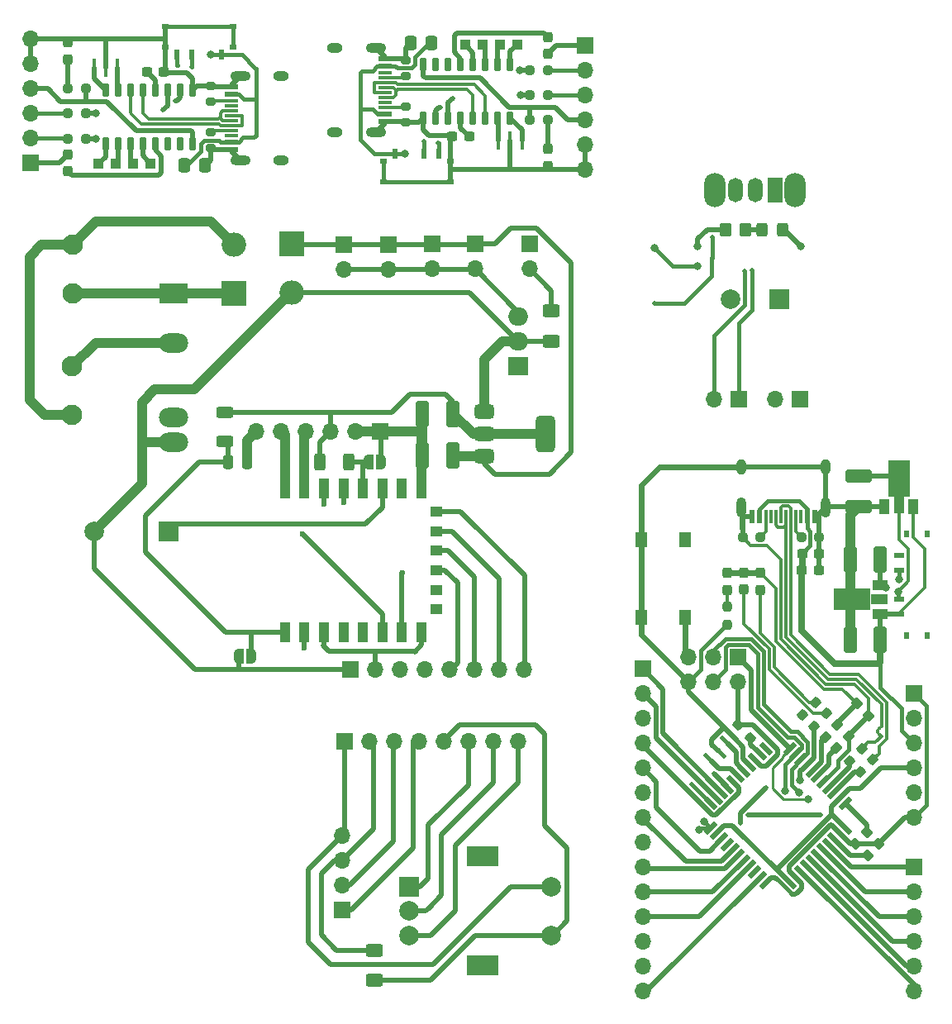
<source format=gbr>
%TF.GenerationSoftware,KiCad,Pcbnew,8.0.3*%
%TF.CreationDate,2024-09-09T16:29:24+03:00*%
%TF.ProjectId,JLC7,4a4c4337-2e6b-4696-9361-645f70636258,rev?*%
%TF.SameCoordinates,Original*%
%TF.FileFunction,Copper,L1,Top*%
%TF.FilePolarity,Positive*%
%FSLAX46Y46*%
G04 Gerber Fmt 4.6, Leading zero omitted, Abs format (unit mm)*
G04 Created by KiCad (PCBNEW 8.0.3) date 2024-09-09 16:29:24*
%MOMM*%
%LPD*%
G01*
G04 APERTURE LIST*
G04 Aperture macros list*
%AMRoundRect*
0 Rectangle with rounded corners*
0 $1 Rounding radius*
0 $2 $3 $4 $5 $6 $7 $8 $9 X,Y pos of 4 corners*
0 Add a 4 corners polygon primitive as box body*
4,1,4,$2,$3,$4,$5,$6,$7,$8,$9,$2,$3,0*
0 Add four circle primitives for the rounded corners*
1,1,$1+$1,$2,$3*
1,1,$1+$1,$4,$5*
1,1,$1+$1,$6,$7*
1,1,$1+$1,$8,$9*
0 Add four rect primitives between the rounded corners*
20,1,$1+$1,$2,$3,$4,$5,0*
20,1,$1+$1,$4,$5,$6,$7,0*
20,1,$1+$1,$6,$7,$8,$9,0*
20,1,$1+$1,$8,$9,$2,$3,0*%
%AMRotRect*
0 Rectangle, with rotation*
0 The origin of the aperture is its center*
0 $1 length*
0 $2 width*
0 $3 Rotation angle, in degrees counterclockwise*
0 Add horizontal line*
21,1,$1,$2,0,0,$3*%
%AMFreePoly0*
4,1,19,0.500000,-0.750000,0.000000,-0.750000,0.000000,-0.744911,-0.071157,-0.744911,-0.207708,-0.704816,-0.327430,-0.627875,-0.420627,-0.520320,-0.479746,-0.390866,-0.500000,-0.250000,-0.500000,0.250000,-0.479746,0.390866,-0.420627,0.520320,-0.327430,0.627875,-0.207708,0.704816,-0.071157,0.744911,0.000000,0.744911,0.000000,0.750000,0.500000,0.750000,0.500000,-0.750000,0.500000,-0.750000,
$1*%
%AMFreePoly1*
4,1,19,0.000000,0.744911,0.071157,0.744911,0.207708,0.704816,0.327430,0.627875,0.420627,0.520320,0.479746,0.390866,0.500000,0.250000,0.500000,-0.250000,0.479746,-0.390866,0.420627,-0.520320,0.327430,-0.627875,0.207708,-0.704816,0.071157,-0.744911,0.000000,-0.744911,0.000000,-0.750000,-0.500000,-0.750000,-0.500000,0.750000,0.000000,0.750000,0.000000,0.744911,0.000000,0.744911,
$1*%
G04 Aperture macros list end*
%TA.AperFunction,SMDPad,CuDef*%
%ADD10RoundRect,0.237500X0.044194X0.380070X-0.380070X-0.044194X-0.044194X-0.380070X0.380070X0.044194X0*%
%TD*%
%TA.AperFunction,SMDPad,CuDef*%
%ADD11RoundRect,0.237500X-0.237500X0.300000X-0.237500X-0.300000X0.237500X-0.300000X0.237500X0.300000X0*%
%TD*%
%TA.AperFunction,SMDPad,CuDef*%
%ADD12RoundRect,0.237500X0.250000X0.237500X-0.250000X0.237500X-0.250000X-0.237500X0.250000X-0.237500X0*%
%TD*%
%TA.AperFunction,SMDPad,CuDef*%
%ADD13RoundRect,0.250000X-0.625000X0.400000X-0.625000X-0.400000X0.625000X-0.400000X0.625000X0.400000X0*%
%TD*%
%TA.AperFunction,SMDPad,CuDef*%
%ADD14RoundRect,0.375000X-0.625000X-0.375000X0.625000X-0.375000X0.625000X0.375000X-0.625000X0.375000X0*%
%TD*%
%TA.AperFunction,SMDPad,CuDef*%
%ADD15RoundRect,0.500000X-0.500000X-1.400000X0.500000X-1.400000X0.500000X1.400000X-0.500000X1.400000X0*%
%TD*%
%TA.AperFunction,ComponentPad*%
%ADD16R,1.700000X1.700000*%
%TD*%
%TA.AperFunction,ComponentPad*%
%ADD17O,1.700000X1.700000*%
%TD*%
%TA.AperFunction,SMDPad,CuDef*%
%ADD18RoundRect,0.200000X-0.275000X0.200000X-0.275000X-0.200000X0.275000X-0.200000X0.275000X0.200000X0*%
%TD*%
%TA.AperFunction,SMDPad,CuDef*%
%ADD19RoundRect,0.237500X-0.344715X0.008839X0.008839X-0.344715X0.344715X-0.008839X-0.008839X0.344715X0*%
%TD*%
%TA.AperFunction,SMDPad,CuDef*%
%ADD20RoundRect,0.200000X0.275000X-0.200000X0.275000X0.200000X-0.275000X0.200000X-0.275000X-0.200000X0*%
%TD*%
%TA.AperFunction,SMDPad,CuDef*%
%ADD21RoundRect,0.237500X0.237500X-0.287500X0.237500X0.287500X-0.237500X0.287500X-0.237500X-0.287500X0*%
%TD*%
%TA.AperFunction,SMDPad,CuDef*%
%ADD22RoundRect,0.237500X0.237500X-0.250000X0.237500X0.250000X-0.237500X0.250000X-0.237500X-0.250000X0*%
%TD*%
%TA.AperFunction,SMDPad,CuDef*%
%ADD23R,0.400000X1.900000*%
%TD*%
%TA.AperFunction,SMDPad,CuDef*%
%ADD24RotRect,0.508000X1.473200X135.000000*%
%TD*%
%TA.AperFunction,SMDPad,CuDef*%
%ADD25RotRect,0.508000X1.473200X45.000000*%
%TD*%
%TA.AperFunction,ComponentPad*%
%ADD26R,2.500000X2.500000*%
%TD*%
%TA.AperFunction,ComponentPad*%
%ADD27O,2.500000X2.500000*%
%TD*%
%TA.AperFunction,SMDPad,CuDef*%
%ADD28RoundRect,0.237500X0.380070X-0.044194X-0.044194X0.380070X-0.380070X0.044194X0.044194X-0.380070X0*%
%TD*%
%TA.AperFunction,SMDPad,CuDef*%
%ADD29RoundRect,0.237500X-0.237500X0.287500X-0.237500X-0.287500X0.237500X-0.287500X0.237500X0.287500X0*%
%TD*%
%TA.AperFunction,SMDPad,CuDef*%
%ADD30RoundRect,0.237500X0.008839X0.344715X-0.344715X-0.008839X-0.008839X-0.344715X0.344715X0.008839X0*%
%TD*%
%TA.AperFunction,SMDPad,CuDef*%
%ADD31R,1.000000X1.000000*%
%TD*%
%TA.AperFunction,SMDPad,CuDef*%
%ADD32RoundRect,0.237500X-0.250000X-0.237500X0.250000X-0.237500X0.250000X0.237500X-0.250000X0.237500X0*%
%TD*%
%TA.AperFunction,SMDPad,CuDef*%
%ADD33R,1.000000X0.500000*%
%TD*%
%TA.AperFunction,SMDPad,CuDef*%
%ADD34R,0.500000X0.800000*%
%TD*%
%TA.AperFunction,SMDPad,CuDef*%
%ADD35R,0.500000X1.000000*%
%TD*%
%TA.AperFunction,SMDPad,CuDef*%
%ADD36R,0.800000X0.500000*%
%TD*%
%TA.AperFunction,SMDPad,CuDef*%
%ADD37R,1.500000X1.000000*%
%TD*%
%TA.AperFunction,SMDPad,CuDef*%
%ADD38R,3.700000X2.200000*%
%TD*%
%TA.AperFunction,SMDPad,CuDef*%
%ADD39R,1.800000X1.000000*%
%TD*%
%TA.AperFunction,SMDPad,CuDef*%
%ADD40RoundRect,0.250000X0.412500X1.100000X-0.412500X1.100000X-0.412500X-1.100000X0.412500X-1.100000X0*%
%TD*%
%TA.AperFunction,ComponentPad*%
%ADD41R,2.000000X2.000000*%
%TD*%
%TA.AperFunction,ComponentPad*%
%ADD42C,2.000000*%
%TD*%
%TA.AperFunction,SMDPad,CuDef*%
%ADD43R,1.000000X1.500000*%
%TD*%
%TA.AperFunction,SMDPad,CuDef*%
%ADD44R,2.200000X3.700000*%
%TD*%
%TA.AperFunction,SMDPad,CuDef*%
%ADD45R,1.000000X1.800000*%
%TD*%
%TA.AperFunction,SMDPad,CuDef*%
%ADD46RoundRect,0.250000X-0.337500X-0.475000X0.337500X-0.475000X0.337500X0.475000X-0.337500X0.475000X0*%
%TD*%
%TA.AperFunction,ComponentPad*%
%ADD47R,2.000000X1.905000*%
%TD*%
%TA.AperFunction,ComponentPad*%
%ADD48O,2.000000X1.905000*%
%TD*%
%TA.AperFunction,SMDPad,CuDef*%
%ADD49RoundRect,0.237500X-0.380070X0.044194X0.044194X-0.380070X0.380070X-0.044194X-0.044194X0.380070X0*%
%TD*%
%TA.AperFunction,SMDPad,CuDef*%
%ADD50RoundRect,0.237500X-0.044194X-0.380070X0.380070X0.044194X0.044194X0.380070X-0.380070X-0.044194X0*%
%TD*%
%TA.AperFunction,SMDPad,CuDef*%
%ADD51R,0.600000X1.450000*%
%TD*%
%TA.AperFunction,SMDPad,CuDef*%
%ADD52R,0.300000X1.450000*%
%TD*%
%TA.AperFunction,ComponentPad*%
%ADD53O,1.000000X2.100000*%
%TD*%
%TA.AperFunction,ComponentPad*%
%ADD54O,1.000000X1.600000*%
%TD*%
%TA.AperFunction,SMDPad,CuDef*%
%ADD55RoundRect,0.250000X-0.312500X-0.625000X0.312500X-0.625000X0.312500X0.625000X-0.312500X0.625000X0*%
%TD*%
%TA.AperFunction,SMDPad,CuDef*%
%ADD56R,0.990600X2.006600*%
%TD*%
%TA.AperFunction,SMDPad,CuDef*%
%ADD57R,1.295400X0.990600*%
%TD*%
%TA.AperFunction,ComponentPad*%
%ADD58R,3.000000X2.000000*%
%TD*%
%TA.AperFunction,ComponentPad*%
%ADD59O,3.000000X2.000000*%
%TD*%
%TA.AperFunction,SMDPad,CuDef*%
%ADD60RoundRect,0.250000X0.625000X-0.312500X0.625000X0.312500X-0.625000X0.312500X-0.625000X-0.312500X0*%
%TD*%
%TA.AperFunction,SMDPad,CuDef*%
%ADD61RoundRect,0.237500X-0.008839X-0.344715X0.344715X0.008839X0.008839X0.344715X-0.344715X-0.008839X0*%
%TD*%
%TA.AperFunction,SMDPad,CuDef*%
%ADD62RotRect,0.400000X1.900000X45.000000*%
%TD*%
%TA.AperFunction,SMDPad,CuDef*%
%ADD63RoundRect,0.250000X0.337500X0.475000X-0.337500X0.475000X-0.337500X-0.475000X0.337500X-0.475000X0*%
%TD*%
%TA.AperFunction,SMDPad,CuDef*%
%ADD64RoundRect,0.250000X0.250000X0.475000X-0.250000X0.475000X-0.250000X-0.475000X0.250000X-0.475000X0*%
%TD*%
%TA.AperFunction,ComponentPad*%
%ADD65R,3.200000X2.000000*%
%TD*%
%TA.AperFunction,ComponentPad*%
%ADD66C,2.100000*%
%TD*%
%TA.AperFunction,SMDPad,CuDef*%
%ADD67FreePoly0,0.000000*%
%TD*%
%TA.AperFunction,SMDPad,CuDef*%
%ADD68FreePoly1,0.000000*%
%TD*%
%TA.AperFunction,SMDPad,CuDef*%
%ADD69RoundRect,0.250000X-1.100000X0.412500X-1.100000X-0.412500X1.100000X-0.412500X1.100000X0.412500X0*%
%TD*%
%TA.AperFunction,SMDPad,CuDef*%
%ADD70RoundRect,0.237500X-0.300000X-0.237500X0.300000X-0.237500X0.300000X0.237500X-0.300000X0.237500X0*%
%TD*%
%TA.AperFunction,SMDPad,CuDef*%
%ADD71RoundRect,0.049600X0.260400X-0.605400X0.260400X0.605400X-0.260400X0.605400X-0.260400X-0.605400X0*%
%TD*%
%TA.AperFunction,SMDPad,CuDef*%
%ADD72R,1.300000X1.550000*%
%TD*%
%TA.AperFunction,ComponentPad*%
%ADD73O,2.200000X3.500000*%
%TD*%
%TA.AperFunction,ComponentPad*%
%ADD74R,1.500000X2.500000*%
%TD*%
%TA.AperFunction,ComponentPad*%
%ADD75O,1.500000X2.500000*%
%TD*%
%TA.AperFunction,SMDPad,CuDef*%
%ADD76RoundRect,0.250000X-0.350000X-0.450000X0.350000X-0.450000X0.350000X0.450000X-0.350000X0.450000X0*%
%TD*%
%TA.AperFunction,SMDPad,CuDef*%
%ADD77R,1.450000X0.600000*%
%TD*%
%TA.AperFunction,SMDPad,CuDef*%
%ADD78R,1.450000X0.300000*%
%TD*%
%TA.AperFunction,ComponentPad*%
%ADD79O,2.100000X1.000000*%
%TD*%
%TA.AperFunction,ComponentPad*%
%ADD80O,1.600000X1.000000*%
%TD*%
%TA.AperFunction,SMDPad,CuDef*%
%ADD81RoundRect,0.237500X0.300000X0.237500X-0.300000X0.237500X-0.300000X-0.237500X0.300000X-0.237500X0*%
%TD*%
%TA.AperFunction,SMDPad,CuDef*%
%ADD82RoundRect,0.049600X-0.260400X0.605400X-0.260400X-0.605400X0.260400X-0.605400X0.260400X0.605400X0*%
%TD*%
%TA.AperFunction,SMDPad,CuDef*%
%ADD83RoundRect,0.237500X0.237500X-0.300000X0.237500X0.300000X-0.237500X0.300000X-0.237500X-0.300000X0*%
%TD*%
%TA.AperFunction,SMDPad,CuDef*%
%ADD84RoundRect,0.250000X0.325000X0.450000X-0.325000X0.450000X-0.325000X-0.450000X0.325000X-0.450000X0*%
%TD*%
%TA.AperFunction,ViaPad*%
%ADD85C,0.800000*%
%TD*%
%TA.AperFunction,ViaPad*%
%ADD86C,0.600000*%
%TD*%
%TA.AperFunction,ViaPad*%
%ADD87C,0.500000*%
%TD*%
%TA.AperFunction,Conductor*%
%ADD88C,0.300000*%
%TD*%
%TA.AperFunction,Conductor*%
%ADD89C,0.400000*%
%TD*%
%TA.AperFunction,Conductor*%
%ADD90C,0.500000*%
%TD*%
%TA.AperFunction,Conductor*%
%ADD91C,0.600000*%
%TD*%
%TA.AperFunction,Conductor*%
%ADD92C,1.000000*%
%TD*%
%TA.AperFunction,Conductor*%
%ADD93C,0.700000*%
%TD*%
%TA.AperFunction,Conductor*%
%ADD94C,0.250000*%
%TD*%
G04 APERTURE END LIST*
D10*
%TO.P,C9,1*%
%TO.N,N/C*%
X143407464Y-121351068D03*
%TO.P,C9,2*%
X142187704Y-122570828D03*
%TD*%
D11*
%TO.P,C4,1*%
%TO.N,N/C*%
X63465000Y-61780000D03*
%TO.P,C4,2*%
X63465000Y-63505000D03*
%TD*%
D12*
%TO.P,R1,1*%
%TO.N,N/C*%
X65297500Y-54992500D03*
%TO.P,R1,2*%
X63472500Y-54992500D03*
%TD*%
D13*
%TO.P,R3,1*%
%TO.N,N/C*%
X94826320Y-143281180D03*
%TO.P,R3,2*%
X94826320Y-146381180D03*
%TD*%
D14*
%TO.P,U4,1,GND*%
%TO.N,N/C*%
X106110000Y-88127500D03*
%TO.P,U4,2,VO*%
X106110000Y-90427500D03*
D15*
X112410000Y-90427500D03*
D14*
%TO.P,U4,3,VI*%
X106110000Y-92727500D03*
%TD*%
D16*
%TO.P,FAN2,1,+*%
%TO.N,N/C*%
X96255000Y-70975000D03*
D17*
%TO.P,FAN2,2,-*%
X96255000Y-73515000D03*
%TD*%
D18*
%TO.P,R5,1*%
%TO.N,N/C*%
X98035000Y-56860000D03*
%TO.P,R5,2*%
X98035000Y-58510000D03*
%TD*%
D16*
%TO.P,J6,1,Pin_1*%
%TO.N,N/C*%
X132220000Y-86852500D03*
D17*
%TO.P,J6,2,Pin_2*%
X129680000Y-86852500D03*
%TD*%
D19*
%TO.P,R4,1*%
%TO.N,N/C*%
X132109765Y-120237271D03*
%TO.P,R4,2*%
X133400235Y-121527741D03*
%TD*%
D20*
%TO.P,R5,1*%
%TO.N,N/C*%
X78050000Y-56377500D03*
%TO.P,R5,2*%
X78050000Y-54727500D03*
%TD*%
D21*
%TO.P,D3,1,K*%
%TO.N,N/C*%
X132685000Y-106359282D03*
%TO.P,D3,2,A*%
X132685000Y-104609282D03*
%TD*%
D22*
%TO.P,R3,1*%
%TO.N,N/C*%
X130975000Y-109921782D03*
%TO.P,R3,2*%
X130975000Y-108096782D03*
%TD*%
D16*
%TO.P,J6,1,Pin_1*%
%TO.N,N/C*%
X150095000Y-117002506D03*
D17*
%TO.P,J6,2,Pin_2*%
X150095000Y-119542506D03*
%TO.P,J6,3,Pin_3*%
X150095000Y-122082506D03*
%TO.P,J6,4,Pin_4*%
X150095000Y-124622506D03*
%TO.P,J6,5,Pin_5*%
X150095000Y-127162506D03*
%TO.P,J6,6,Pin_6*%
X150095000Y-129702506D03*
%TD*%
D23*
%TO.P,Y1,1,1*%
%TO.N,N/C*%
X68525000Y-52872500D03*
%TO.P,Y1,2,2*%
X67325000Y-52872500D03*
%TO.P,Y1,3,3*%
X66125000Y-52872500D03*
%TD*%
D24*
%TO.P,U1,1,PE6*%
%TO.N,N/C*%
X143073876Y-128283231D03*
%TO.P,U1,2,UVCC*%
X142517100Y-127726455D03*
%TO.P,U1,3,D-*%
X141942364Y-127151718D03*
%TO.P,U1,4,D+*%
X141385588Y-126594943D03*
%TO.P,U1,5,UGND*%
X140810852Y-126020206D03*
%TO.P,U1,6,UCAP*%
X140254076Y-125463430D03*
%TO.P,U1,7,VBUS*%
X139697300Y-124906654D03*
%TO.P,U1,8,PB0*%
X139122563Y-124331918D03*
%TO.P,U1,9,PB1*%
X138565788Y-123775142D03*
%TO.P,U1,10,PB2*%
X137991051Y-123200406D03*
%TO.P,U1,11,PB3*%
X137434275Y-122643630D03*
D25*
%TO.P,U1,12,PB7*%
X134955725Y-122643630D03*
%TO.P,U1,13,~{RESET}*%
X134398949Y-123200406D03*
%TO.P,U1,14,VCC*%
X133824212Y-123775142D03*
%TO.P,U1,15,GND*%
X133267437Y-124331918D03*
%TO.P,U1,16,XTAL2*%
X132692700Y-124906654D03*
%TO.P,U1,17,XTAL1*%
X132135924Y-125463430D03*
%TO.P,U1,18,PD0*%
X131579148Y-126020206D03*
%TO.P,U1,19,PD1*%
X131004412Y-126594943D03*
%TO.P,U1,20,PD2*%
X130447636Y-127151718D03*
%TO.P,U1,21,PD3*%
X129872900Y-127726455D03*
%TO.P,U1,22,PD5*%
X129316124Y-128283231D03*
D24*
%TO.P,U1,23,GND*%
X129316124Y-130761781D03*
%TO.P,U1,24,AVCC*%
X129872900Y-131318557D03*
%TO.P,U1,25,PD4*%
X130447636Y-131893294D03*
%TO.P,U1,26,PD6*%
X131004412Y-132450069D03*
%TO.P,U1,27,PD7*%
X131579148Y-133024806D03*
%TO.P,U1,28,PB4*%
X132135924Y-133581582D03*
%TO.P,U1,29,PB5*%
X132692700Y-134138358D03*
%TO.P,U1,30,PB6*%
X133267437Y-134713094D03*
%TO.P,U1,31,PC6*%
X133824212Y-135269870D03*
%TO.P,U1,32,PC7*%
X134398949Y-135844606D03*
%TO.P,U1,33,~{HWB}/PE2*%
X134955725Y-136401382D03*
D25*
%TO.P,U1,34,VCC*%
X137434275Y-136401382D03*
%TO.P,U1,35,GND*%
X137991051Y-135844606D03*
%TO.P,U1,36,PF7*%
X138565788Y-135269870D03*
%TO.P,U1,37,PF6*%
X139122563Y-134713094D03*
%TO.P,U1,38,PF5*%
X139697300Y-134138358D03*
%TO.P,U1,39,PF4*%
X140254076Y-133581582D03*
%TO.P,U1,40,PF1*%
X140810852Y-133024806D03*
%TO.P,U1,41,PF0*%
X141385588Y-132450069D03*
%TO.P,U1,42,AREF*%
X141942364Y-131893294D03*
%TO.P,U1,43,GND*%
X142517100Y-131318557D03*
%TO.P,U1,44,AVCC*%
X143073876Y-130761781D03*
%TD*%
D26*
%TO.P,J2,1,Pin_1*%
%TO.N,N/C*%
X86405000Y-70940000D03*
D27*
%TO.P,J2,2,Pin_2*%
X86405000Y-75940000D03*
%TD*%
D16*
%TO.P,J3,1,Pin_1*%
%TO.N,N/C*%
X95465302Y-90120300D03*
D17*
%TO.P,J3,2,Pin_2*%
X92925302Y-90120300D03*
%TO.P,J3,3,Pin_3*%
X90385302Y-90120300D03*
%TO.P,J3,4,Pin_4*%
X87845302Y-90120300D03*
%TO.P,J3,5,Pin_5*%
X85305302Y-90120300D03*
%TO.P,J3,6,Pin_6*%
X82765302Y-90120300D03*
%TD*%
D28*
%TO.P,C10,1*%
%TO.N,N/C*%
X145477464Y-119260828D03*
%TO.P,C10,2*%
X144257704Y-118041068D03*
%TD*%
D23*
%TO.P,Y1,1,1*%
%TO.N,N/C*%
X107560000Y-60365000D03*
%TO.P,Y1,2,2*%
X108760000Y-60365000D03*
%TO.P,Y1,3,3*%
X109960000Y-60365000D03*
%TD*%
D16*
%TO.P,J5,1,Pin_1*%
%TO.N,N/C*%
X132105000Y-113242506D03*
D17*
%TO.P,J5,2,Pin_2*%
X132105000Y-115782506D03*
%TO.P,J5,3,Pin_3*%
X129565000Y-113242506D03*
%TO.P,J5,4,Pin_4*%
X129565000Y-115782506D03*
%TO.P,J5,5,Pin_5*%
X127025000Y-113242506D03*
%TO.P,J5,6,Pin_6*%
X127025000Y-115782506D03*
%TD*%
D16*
%TO.P,REF\u002A\u002A,1*%
%TO.N,N/C*%
X91776320Y-121906180D03*
D17*
%TO.P,REF\u002A\u002A,2*%
X94316320Y-121906180D03*
%TO.P,REF\u002A\u002A,3*%
X96856320Y-121906180D03*
%TO.P,REF\u002A\u002A,4*%
X99396320Y-121906180D03*
%TO.P,REF\u002A\u002A,5*%
X101936320Y-121906180D03*
%TO.P,REF\u002A\u002A,6*%
X104476320Y-121906180D03*
%TO.P,REF\u002A\u002A,7*%
X107016320Y-121906180D03*
%TO.P,REF\u002A\u002A,8*%
X109556320Y-121906180D03*
%TD*%
D21*
%TO.P,D1,1,K*%
%TO.N,N/C*%
X130975000Y-106371782D03*
%TO.P,D1,2,A*%
X130975000Y-104621782D03*
%TD*%
D29*
%TO.P,D1,1,K*%
%TO.N,N/C*%
X63455000Y-50257500D03*
%TO.P,D1,2,A*%
X63455000Y-52007500D03*
%TD*%
D30*
%TO.P,R7,1*%
%TO.N,N/C*%
X140030235Y-117904047D03*
%TO.P,R7,2*%
X138739765Y-119194517D03*
%TD*%
D31*
%TO.P,REF\u002A\u002A,1*%
%TO.N,N/C*%
X109520000Y-50485000D03*
%TD*%
%TO.P,REF\u002A\u002A,1*%
%TO.N,N/C*%
X105940000Y-50485000D03*
%TD*%
D32*
%TO.P,R1,1*%
%TO.N,N/C*%
X138612500Y-101012506D03*
%TO.P,R1,2*%
X140437500Y-101012506D03*
%TD*%
D16*
%TO.P,FAN4,1,+*%
%TO.N,N/C*%
X105155000Y-70950000D03*
D17*
%TO.P,FAN4,2,-*%
X105155000Y-73490000D03*
%TD*%
D33*
%TO.P,SW1,1,1*%
%TO.N,N/C*%
X148574765Y-108862271D03*
%TO.P,SW1,2,2*%
X148574765Y-107362271D03*
%TO.P,SW1,3,3*%
X148574765Y-104362271D03*
%TO.P,SW1,4,4*%
X148574765Y-102862271D03*
D34*
%TO.P,SW1,MP1*%
X149374765Y-100662271D03*
%TO.P,SW1,MP2*%
X151474765Y-100662271D03*
%TO.P,SW1,MP3*%
X151474765Y-111062271D03*
%TO.P,SW1,MP4*%
X149374765Y-111062271D03*
%TD*%
D31*
%TO.P,REF\u002A\u002A,1*%
%TO.N,N/C*%
X104150000Y-50485000D03*
%TD*%
D21*
%TO.P,D1,1,K*%
%TO.N,N/C*%
X112630000Y-62980000D03*
%TO.P,D1,2,A*%
X112630000Y-61230000D03*
%TD*%
D35*
%TO.P,SW1,A1,NC*%
%TO.N,N/C*%
X96940000Y-61675000D03*
%TO.P,SW1,B1,COM*%
X99940000Y-61675000D03*
%TO.P,SW1,C1,NO*%
X101440000Y-61675000D03*
D36*
%TO.P,SW1,MP1,MP1*%
X102640000Y-62475000D03*
%TO.P,SW1,MP2,MP2*%
X102640000Y-64575000D03*
%TO.P,SW1,MP3,MP3*%
X95740000Y-64575000D03*
%TO.P,SW1,MP4,MP4*%
X95740000Y-62475000D03*
%TD*%
D16*
%TO.P,J4,1,Pin_1*%
%TO.N,N/C*%
X59665000Y-62652500D03*
D17*
%TO.P,J4,2,Pin_2*%
X59665000Y-60112500D03*
%TO.P,J4,3,Pin_3*%
X59665000Y-57572500D03*
%TO.P,J4,4,Pin_4*%
X59665000Y-55032500D03*
%TO.P,J4,5,Pin_5*%
X59665000Y-52492500D03*
%TO.P,J4,6,Pin_6*%
X59665000Y-49952500D03*
%TD*%
D37*
%TO.P,U3,1,VO*%
%TO.N,N/C*%
X146697265Y-108858521D03*
D38*
%TO.P,U3,2,GND*%
X143797265Y-107358521D03*
D39*
X146547265Y-107358521D03*
D37*
%TO.P,U3,3,VI*%
X146697265Y-105858521D03*
%TD*%
D40*
%TO.P,C3,1*%
%TO.N,N/C*%
X146699765Y-111468521D03*
%TO.P,C3,2*%
X143574765Y-111468521D03*
%TD*%
D31*
%TO.P,REF\u002A\u002A,1*%
%TO.N,N/C*%
X107730000Y-50485000D03*
%TD*%
D41*
%TO.P,LS1,1,1*%
%TO.N,N/C*%
X136357677Y-76612500D03*
D42*
%TO.P,LS1,2,2*%
X131357677Y-76612500D03*
%TD*%
D43*
%TO.P,U2,1,GND*%
%TO.N,N/C*%
X147085000Y-97842506D03*
D44*
%TO.P,U2,2,VO*%
X148585000Y-94942506D03*
D45*
X148585000Y-97692506D03*
D43*
%TO.P,U2,3,VI*%
X150085000Y-97842506D03*
%TD*%
D16*
%TO.P,FAN3,1,+*%
%TO.N,N/C*%
X100730000Y-70950000D03*
D17*
%TO.P,FAN3,2,-*%
X100730000Y-73490000D03*
%TD*%
D46*
%TO.P,C5,1*%
%TO.N,N/C*%
X75397500Y-62915000D03*
%TO.P,C5,2*%
X77472500Y-62915000D03*
%TD*%
D13*
%TO.P,R2,1*%
%TO.N,N/C*%
X112955000Y-77800000D03*
%TO.P,R2,2*%
X112955000Y-80900000D03*
%TD*%
D16*
%TO.P,TH1,1*%
%TO.N,N/C*%
X110730000Y-70950000D03*
D17*
%TO.P,TH1,2*%
X110730000Y-73490000D03*
%TD*%
D47*
%TO.P,Q1,1,G*%
%TO.N,N/C*%
X109580000Y-83440000D03*
D48*
%TO.P,Q1,2,S*%
X109580000Y-80900000D03*
%TO.P,Q1,3,D*%
X109580000Y-78360000D03*
%TD*%
D49*
%TO.P,C7,1*%
%TO.N,N/C*%
X144141111Y-132377450D03*
%TO.P,C7,2*%
X145360871Y-133597210D03*
%TD*%
D16*
%TO.P,REF\u002A\u002A,1*%
%TO.N,N/C*%
X92405000Y-114540000D03*
D17*
%TO.P,REF\u002A\u002A,2*%
X94945000Y-114540000D03*
%TO.P,REF\u002A\u002A,3*%
X97485000Y-114540000D03*
%TO.P,REF\u002A\u002A,4*%
X100025000Y-114540000D03*
%TO.P,REF\u002A\u002A,5*%
X102565000Y-114540000D03*
%TO.P,REF\u002A\u002A,6*%
X105105000Y-114540000D03*
%TO.P,REF\u002A\u002A,7*%
X107645000Y-114540000D03*
%TO.P,REF\u002A\u002A,8*%
X110185000Y-114540000D03*
%TD*%
D50*
%TO.P,C8,1*%
%TO.N,N/C*%
X141035120Y-121432386D03*
%TO.P,C8,2*%
X142254880Y-120212626D03*
%TD*%
D31*
%TO.P,REF\u002A\u002A,1*%
%TO.N,N/C*%
X71935000Y-62752500D03*
%TD*%
D20*
%TO.P,R4,1*%
%TO.N,N/C*%
X98045000Y-53760000D03*
%TO.P,R4,2*%
X98045000Y-52110000D03*
%TD*%
D26*
%TO.P,J4,1,Pin_1*%
%TO.N,N/C*%
X80455000Y-75990000D03*
D27*
%TO.P,J4,2,Pin_2*%
X80455000Y-70990000D03*
%TD*%
D51*
%TO.P,J1,A1,GND*%
%TO.N,N/C*%
X140005000Y-98857506D03*
%TO.P,J1,A4,VBUS*%
X139205000Y-98857506D03*
D52*
%TO.P,J1,A5,CC1*%
X138005000Y-98857506D03*
%TO.P,J1,A6,D+*%
X137005000Y-98857506D03*
%TO.P,J1,A7,D-*%
X136505000Y-98857506D03*
%TO.P,J1,A8,SBU1*%
X135505000Y-98857506D03*
D51*
%TO.P,J1,B1,GND*%
X133505000Y-98857506D03*
%TO.P,J1,B4,VBUS*%
X134305000Y-98857506D03*
D52*
%TO.P,J1,B5,CC2*%
X135005000Y-98857506D03*
%TO.P,J1,B6,D+*%
X136005000Y-98857506D03*
%TO.P,J1,B7,D-*%
X137505000Y-98857506D03*
%TO.P,J1,B8,SBU2*%
X138505000Y-98857506D03*
D53*
%TO.P,J1,S1,SHIELD*%
X141075000Y-97942506D03*
D54*
X141075000Y-93762506D03*
D53*
X132435000Y-97942506D03*
D54*
X132435000Y-93762506D03*
%TD*%
D30*
%TO.P,R8,1*%
%TO.N,N/C*%
X141176052Y-119052429D03*
%TO.P,R8,2*%
X139885582Y-120342899D03*
%TD*%
D16*
%TO.P,J1,1,Pin_1*%
%TO.N,N/C*%
X138450000Y-86832500D03*
D17*
%TO.P,J1,2,Pin_2*%
X135910000Y-86832500D03*
%TD*%
D55*
%TO.P,R4,1*%
%TO.N,N/C*%
X89297802Y-93295300D03*
%TO.P,R4,2*%
X92222802Y-93295300D03*
%TD*%
D56*
%TO.P,U1,1,~{RST}*%
%TO.N,N/C*%
X85680002Y-110715002D03*
%TO.P,U1,2,ADC*%
X87680001Y-110715002D03*
%TO.P,U1,3,EN*%
X89680002Y-110715002D03*
%TO.P,U1,4,GPIO16*%
X91680000Y-110715002D03*
%TO.P,U1,5,GPIO14*%
X93680002Y-110715002D03*
%TO.P,U1,6,GPIO12*%
X95680000Y-110715002D03*
%TO.P,U1,7,GPIO13*%
X97680001Y-110715002D03*
%TO.P,U1,8,VCC*%
X99680000Y-110715002D03*
D57*
%TO.P,U1,9,CS0*%
X101205001Y-108365001D03*
%TO.P,U1,10,MISO*%
X101205001Y-106365000D03*
%TO.P,U1,11,GPIO9*%
X101205001Y-104365002D03*
%TO.P,U1,12,GPIO10*%
X101205001Y-102365000D03*
%TO.P,U1,13,MOSI*%
X101205001Y-100365002D03*
%TO.P,U1,14,SCLK*%
X101205001Y-98365001D03*
D56*
%TO.P,U1,15,GND*%
X99680000Y-96015000D03*
%TO.P,U1,16,GPIO15*%
X97680001Y-96015000D03*
%TO.P,U1,17,GPIO2*%
X95680000Y-96015000D03*
%TO.P,U1,18,GPIO0*%
X93680002Y-96015000D03*
%TO.P,U1,19,GPIO4*%
X91680000Y-96015000D03*
%TO.P,U1,20,GPIO5*%
X89680002Y-96015000D03*
%TO.P,U1,21,GPIO3/RXD*%
X87680001Y-96015000D03*
%TO.P,U1,22,GPIO1/TXD*%
X85680000Y-96015000D03*
%TD*%
D40*
%TO.P,C1,1*%
%TO.N,N/C*%
X146699765Y-103238521D03*
%TO.P,C1,2*%
X143574765Y-103238521D03*
%TD*%
D58*
%TO.P,U2,1*%
%TO.N,N/C*%
X74305000Y-75985000D03*
D59*
%TO.P,U2,2*%
X74305000Y-81065000D03*
%TO.P,U2,3*%
X74305000Y-88685000D03*
%TO.P,U2,4*%
X74305000Y-91225000D03*
%TD*%
D16*
%TO.P,J4,1,Pin_1*%
%TO.N,N/C*%
X122345000Y-114482506D03*
D17*
%TO.P,J4,2,Pin_2*%
X122345000Y-117022506D03*
%TO.P,J4,3,Pin_3*%
X122345000Y-119562506D03*
%TO.P,J4,4,Pin_4*%
X122345000Y-122102506D03*
%TO.P,J4,5,Pin_5*%
X122345000Y-124642506D03*
%TO.P,J4,6,Pin_6*%
X122345000Y-127182506D03*
%TO.P,J4,7,Pin_7*%
X122345000Y-129722506D03*
%TO.P,J4,8,Pin_8*%
X122345000Y-132262506D03*
%TO.P,J4,9,Pin_9*%
X122345000Y-134802506D03*
%TO.P,J4,10,Pin_10*%
X122345000Y-137342506D03*
%TO.P,J4,11,Pin_11*%
X122345000Y-139882506D03*
%TO.P,J4,12,Pin_12*%
X122345000Y-142422506D03*
%TO.P,J4,13,Pin_13*%
X122345000Y-144962506D03*
%TO.P,J4,14,Pin_14*%
X122345000Y-147502506D03*
%TD*%
D16*
%TO.P,J4,1,Pin_1*%
%TO.N,N/C*%
X116420000Y-50585000D03*
D17*
%TO.P,J4,2,Pin_2*%
X116420000Y-53125000D03*
%TO.P,J4,3,Pin_3*%
X116420000Y-55665000D03*
%TO.P,J4,4,Pin_4*%
X116420000Y-58205000D03*
%TO.P,J4,5,Pin_5*%
X116420000Y-60745000D03*
%TO.P,J4,6,Pin_6*%
X116420000Y-63285000D03*
%TD*%
D60*
%TO.P,R1,1*%
%TO.N,N/C*%
X79485302Y-91132800D03*
%TO.P,R1,2*%
X79485302Y-88207800D03*
%TD*%
D31*
%TO.P,REF\u002A\u002A,1*%
%TO.N,N/C*%
X68355000Y-62752500D03*
%TD*%
D61*
%TO.P,R5,1*%
%TO.N,N/C*%
X143497619Y-123933776D03*
%TO.P,R5,2*%
X144788089Y-122643306D03*
%TD*%
D62*
%TO.P,Y1,1,1*%
%TO.N,N/C*%
X129326472Y-123801034D03*
%TO.P,Y1,2,2*%
X130175000Y-122952506D03*
%TO.P,Y1,3,3*%
X131023528Y-122103978D03*
%TD*%
D63*
%TO.P,C5,1*%
%TO.N,N/C*%
X100687500Y-50322500D03*
%TO.P,C5,2*%
X98612500Y-50322500D03*
%TD*%
D16*
%TO.P,FAN1,1,+*%
%TO.N,N/C*%
X91680000Y-70975000D03*
D17*
%TO.P,FAN1,2,-*%
X91680000Y-73515000D03*
%TD*%
D64*
%TO.P,C1,1*%
%TO.N,N/C*%
X81780000Y-93290000D03*
%TO.P,C1,2*%
X79880000Y-93290000D03*
%TD*%
D41*
%TO.P,SW3,A,A*%
%TO.N,N/C*%
X98426320Y-136756180D03*
D42*
%TO.P,SW3,B,B*%
X98426320Y-141756180D03*
%TO.P,SW3,C,C*%
X98426320Y-139256180D03*
D65*
%TO.P,SW3,MP*%
X105926320Y-133656180D03*
X105926320Y-144856180D03*
D42*
%TO.P,SW3,S1,S1*%
X112926320Y-141756180D03*
%TO.P,SW3,S2,S2*%
X112926320Y-136756180D03*
%TD*%
D32*
%TO.P,R3,1*%
%TO.N,N/C*%
X63462500Y-60132500D03*
%TO.P,R3,2*%
X65287500Y-60132500D03*
%TD*%
D66*
%TO.P,J6,1,Pin_1*%
%TO.N,N/C*%
X63905000Y-71015000D03*
%TO.P,J6,2,Pin_2*%
X63905000Y-76015000D03*
%TD*%
D61*
%TO.P,R6,1*%
%TO.N,N/C*%
X144628990Y-125065147D03*
%TO.P,R6,2*%
X145919460Y-123774677D03*
%TD*%
D41*
%TO.P,BZ1,1,+*%
%TO.N,N/C*%
X73755000Y-100390000D03*
D42*
%TO.P,BZ1,2,-*%
X66155000Y-100390000D03*
%TD*%
D67*
%TO.P,JP1,1,A*%
%TO.N,N/C*%
X80920000Y-113135000D03*
D68*
%TO.P,JP1,2,B*%
X82220000Y-113135000D03*
%TD*%
D16*
%TO.P,U3,1,SDA*%
%TO.N,N/C*%
X91551320Y-139171180D03*
D17*
%TO.P,U3,2,SCK*%
X91551320Y-136631180D03*
%TO.P,U3,3,VCC*%
X91551320Y-134091180D03*
%TO.P,U3,4,GND*%
X91551320Y-131551180D03*
%TD*%
D69*
%TO.P,C6,1*%
%TO.N,N/C*%
X144425000Y-94717506D03*
%TO.P,C6,2*%
X144425000Y-97842506D03*
%TD*%
D40*
%TO.P,C3,1*%
%TO.N,N/C*%
X102892500Y-88352500D03*
%TO.P,C3,2*%
X99767500Y-88352500D03*
%TD*%
D70*
%TO.P,C4,1*%
%TO.N,N/C*%
X138662500Y-102642506D03*
%TO.P,C4,2*%
X140387500Y-102642506D03*
%TD*%
D40*
%TO.P,C2,1*%
%TO.N,N/C*%
X102892500Y-92602500D03*
%TO.P,C2,2*%
X99767500Y-92602500D03*
%TD*%
D31*
%TO.P,REF\u002A\u002A,1*%
%TO.N,N/C*%
X70145000Y-62752500D03*
%TD*%
D71*
%TO.P,U3,1,GND*%
%TO.N,N/C*%
X99880000Y-58055000D03*
%TO.P,U3,2,TXD*%
X101150000Y-58055000D03*
%TO.P,U3,3,RXD*%
X102420000Y-58055000D03*
%TO.P,U3,4,V3*%
X103690000Y-58055000D03*
%TO.P,U3,5,UD+*%
X104960000Y-58055000D03*
%TO.P,U3,6,UD-*%
X106230000Y-58055000D03*
%TO.P,U3,7,XI*%
X107500000Y-58055000D03*
%TO.P,U3,8,XO*%
X108770000Y-58055000D03*
%TO.P,U3,9,~{CTS}*%
X108770000Y-52555000D03*
%TO.P,U3,10,~{DSR}*%
X107500000Y-52555000D03*
%TO.P,U3,11,~{RI}*%
X106230000Y-52555000D03*
%TO.P,U3,12,~{DCD}*%
X104960000Y-52555000D03*
%TO.P,U3,13,~{DTR}*%
X103690000Y-52555000D03*
%TO.P,U3,14,~{RTS}*%
X102420000Y-52555000D03*
%TO.P,U3,15,R232*%
X101150000Y-52555000D03*
%TO.P,U3,16,VCC*%
X99880000Y-52555000D03*
%TD*%
D70*
%TO.P,C3,1*%
%TO.N,N/C*%
X71542500Y-53312500D03*
%TO.P,C3,2*%
X73267500Y-53312500D03*
%TD*%
D72*
%TO.P,SW2,1,1*%
%TO.N,N/C*%
X122205000Y-109194282D03*
X122205000Y-101244282D03*
%TO.P,SW2,2,2*%
X126705000Y-109194282D03*
X126705000Y-101244282D03*
%TD*%
D66*
%TO.P,J1,1,Pin_1*%
%TO.N,N/C*%
X63880000Y-83465000D03*
%TO.P,J1,2,Pin_2*%
X63880000Y-88465000D03*
%TD*%
D18*
%TO.P,R4,1*%
%TO.N,N/C*%
X78040000Y-59477500D03*
%TO.P,R4,2*%
X78040000Y-61127500D03*
%TD*%
D12*
%TO.P,R3,1*%
%TO.N,N/C*%
X112622500Y-53105000D03*
%TO.P,R3,2*%
X110797500Y-53105000D03*
%TD*%
D67*
%TO.P,JP2,1,A*%
%TO.N,N/C*%
X94260000Y-93305000D03*
D68*
%TO.P,JP2,2,B*%
X95560000Y-93305000D03*
%TD*%
D16*
%TO.P,J7,1,Pin_1*%
%TO.N,N/C*%
X150105000Y-134782506D03*
D17*
%TO.P,J7,2,Pin_2*%
X150105000Y-137322506D03*
%TO.P,J7,3,Pin_3*%
X150105000Y-139862506D03*
%TO.P,J7,4,Pin_4*%
X150105000Y-142402506D03*
%TO.P,J7,5,Pin_5*%
X150105000Y-144942506D03*
%TO.P,J7,6,Pin_6*%
X150105000Y-147482506D03*
%TD*%
D73*
%TO.P,SW1,*%
%TO.N,*%
X137970000Y-65412500D03*
X129770000Y-65412500D03*
D74*
%TO.P,SW1,1,A*%
%TO.N,N/C*%
X135870000Y-65412500D03*
D75*
%TO.P,SW1,2,B*%
X133870000Y-65412500D03*
%TO.P,SW1,3,C*%
X131870000Y-65412500D03*
%TD*%
D35*
%TO.P,SW1,A1,NC*%
%TO.N,N/C*%
X79145000Y-51562500D03*
%TO.P,SW1,B1,COM*%
X76145000Y-51562500D03*
%TO.P,SW1,C1,NO*%
X74645000Y-51562500D03*
D36*
%TO.P,SW1,MP1,MP1*%
X73445000Y-50762500D03*
%TO.P,SW1,MP2,MP2*%
X73445000Y-48662500D03*
%TO.P,SW1,MP3,MP3*%
X80345000Y-48662500D03*
%TO.P,SW1,MP4,MP4*%
X80345000Y-50762500D03*
%TD*%
D76*
%TO.P,R3,1*%
%TO.N,N/C*%
X130837500Y-69452500D03*
%TO.P,R3,2*%
X132837500Y-69452500D03*
%TD*%
D28*
%TO.P,C11,1*%
%TO.N,N/C*%
X146494880Y-132422386D03*
%TO.P,C11,2*%
X145275120Y-131202626D03*
%TD*%
D31*
%TO.P,REF\u002A\u002A,1*%
%TO.N,N/C*%
X66565000Y-62752500D03*
%TD*%
D77*
%TO.P,J2,A1,GND*%
%TO.N,N/C*%
X80175000Y-61312500D03*
%TO.P,J2,A4,VBUS*%
X80175000Y-60512500D03*
D78*
%TO.P,J2,A5,CC1*%
X80175000Y-59312500D03*
%TO.P,J2,A6,D+*%
X80175000Y-58312500D03*
%TO.P,J2,A7,D-*%
X80175000Y-57812500D03*
%TO.P,J2,A8,SBU1*%
X80175000Y-56812500D03*
D77*
%TO.P,J2,B1,GND*%
X80175000Y-54812500D03*
%TO.P,J2,B4,VBUS*%
X80175000Y-55612500D03*
D78*
%TO.P,J2,B5,CC2*%
X80175000Y-56312500D03*
%TO.P,J2,B6,D+*%
X80175000Y-57312500D03*
%TO.P,J2,B7,D-*%
X80175000Y-58812500D03*
%TO.P,J2,B8,SBU2*%
X80175000Y-59812500D03*
D79*
%TO.P,J2,S1,SHIELD*%
X81090000Y-62382500D03*
D80*
X85270000Y-62382500D03*
D79*
X81090000Y-53742500D03*
D80*
X85270000Y-53742500D03*
%TD*%
D81*
%TO.P,C3,1*%
%TO.N,N/C*%
X104542500Y-59925000D03*
%TO.P,C3,2*%
X102817500Y-59925000D03*
%TD*%
D82*
%TO.P,U3,1,GND*%
%TO.N,N/C*%
X76205000Y-55182500D03*
%TO.P,U3,2,TXD*%
X74935000Y-55182500D03*
%TO.P,U3,3,RXD*%
X73665000Y-55182500D03*
%TO.P,U3,4,V3*%
X72395000Y-55182500D03*
%TO.P,U3,5,UD+*%
X71125000Y-55182500D03*
%TO.P,U3,6,UD-*%
X69855000Y-55182500D03*
%TO.P,U3,7,XI*%
X68585000Y-55182500D03*
%TO.P,U3,8,XO*%
X67315000Y-55182500D03*
%TO.P,U3,9,~{CTS}*%
X67315000Y-60682500D03*
%TO.P,U3,10,~{DSR}*%
X68585000Y-60682500D03*
%TO.P,U3,11,~{RI}*%
X69855000Y-60682500D03*
%TO.P,U3,12,~{DCD}*%
X71125000Y-60682500D03*
%TO.P,U3,13,~{DTR}*%
X72395000Y-60682500D03*
%TO.P,U3,14,~{RTS}*%
X73665000Y-60682500D03*
%TO.P,U3,15,R232*%
X74935000Y-60682500D03*
%TO.P,U3,16,VCC*%
X76205000Y-60682500D03*
%TD*%
D83*
%TO.P,C4,1*%
%TO.N,N/C*%
X112620000Y-51457500D03*
%TO.P,C4,2*%
X112620000Y-49732500D03*
%TD*%
D77*
%TO.P,J2,A1,GND*%
%TO.N,N/C*%
X95910000Y-51925000D03*
%TO.P,J2,A4,VBUS*%
X95910000Y-52725000D03*
D78*
%TO.P,J2,A5,CC1*%
X95910000Y-53925000D03*
%TO.P,J2,A6,D+*%
X95910000Y-54925000D03*
%TO.P,J2,A7,D-*%
X95910000Y-55425000D03*
%TO.P,J2,A8,SBU1*%
X95910000Y-56425000D03*
D77*
%TO.P,J2,B1,GND*%
X95910000Y-58425000D03*
%TO.P,J2,B4,VBUS*%
X95910000Y-57625000D03*
D78*
%TO.P,J2,B5,CC2*%
X95910000Y-56925000D03*
%TO.P,J2,B6,D+*%
X95910000Y-55925000D03*
%TO.P,J2,B7,D-*%
X95910000Y-54425000D03*
%TO.P,J2,B8,SBU2*%
X95910000Y-53425000D03*
D79*
%TO.P,J2,S1,SHIELD*%
X94995000Y-50855000D03*
D80*
X90815000Y-50855000D03*
D79*
X94995000Y-59495000D03*
D80*
X90815000Y-59495000D03*
%TD*%
D32*
%TO.P,R1,1*%
%TO.N,N/C*%
X110787500Y-58245000D03*
%TO.P,R1,2*%
X112612500Y-58245000D03*
%TD*%
D84*
%TO.P,D1,1,K*%
%TO.N,N/C*%
X136645000Y-69462500D03*
%TO.P,D1,2,A*%
X134595000Y-69462500D03*
%TD*%
D12*
%TO.P,R2,1*%
%TO.N,N/C*%
X112622500Y-55655000D03*
%TO.P,R2,2*%
X110797500Y-55655000D03*
%TD*%
D21*
%TO.P,D2,1,K*%
%TO.N,N/C*%
X134375000Y-106364282D03*
%TO.P,D2,2,A*%
X134375000Y-104614282D03*
%TD*%
D12*
%TO.P,R2,1*%
%TO.N,N/C*%
X134395000Y-101012506D03*
%TO.P,R2,2*%
X132570000Y-101012506D03*
%TD*%
D32*
%TO.P,R2,1*%
%TO.N,N/C*%
X63462500Y-57582500D03*
%TO.P,R2,2*%
X65287500Y-57582500D03*
%TD*%
D70*
%TO.P,C2,1*%
%TO.N,N/C*%
X138637500Y-104355006D03*
%TO.P,C2,2*%
X140362500Y-104355006D03*
%TD*%
D85*
%TO.N,*%
X128149765Y-130987271D03*
D86*
X91685302Y-97445300D03*
D87*
X129440000Y-72332500D03*
X134955000Y-122642506D03*
D86*
X87630000Y-112290000D03*
D87*
X76205000Y-59510000D03*
X99940000Y-60427500D03*
X102880000Y-56027500D03*
D85*
X148599765Y-105312271D03*
X66280000Y-57535000D03*
D87*
X138739765Y-119194517D03*
D85*
X127990000Y-71222500D03*
X123520000Y-71332500D03*
D86*
X87455000Y-100615000D03*
D87*
X123520000Y-77052500D03*
X127345000Y-126299282D03*
X129613388Y-125200894D03*
D85*
X66307500Y-60132500D03*
D86*
X89685302Y-97595300D03*
D85*
X133400235Y-121527741D03*
X142254880Y-120212626D03*
D87*
X76145000Y-52810000D03*
D85*
X109805000Y-55702500D03*
D87*
X140575000Y-129462506D03*
X74430000Y-56242500D03*
X132324765Y-130237271D03*
D86*
X97705000Y-104590000D03*
D85*
X136899765Y-126937271D03*
X148499765Y-106537271D03*
D87*
X99880000Y-53727500D03*
X101405000Y-60577500D03*
X131005000Y-132462506D03*
X133125000Y-129462506D03*
D85*
X128649765Y-130112271D03*
D87*
X74680000Y-52660000D03*
X132770000Y-73682500D03*
D85*
X97980000Y-61677500D03*
D87*
X133824212Y-135269870D03*
D85*
X109777500Y-53105000D03*
D87*
X134955000Y-126622506D03*
D85*
X134375000Y-104614282D03*
X139274765Y-127862271D03*
X138562500Y-71170000D03*
X138324765Y-127137271D03*
D87*
X73205000Y-57210000D03*
X133560000Y-73672500D03*
X129450000Y-70222500D03*
D85*
X138474765Y-125862271D03*
D87*
X143073876Y-128283231D03*
D85*
X78105000Y-51560000D03*
X147249765Y-106187271D03*
X127990000Y-73222500D03*
D87*
X101655000Y-56995000D03*
%TD*%
D88*
%TO.N,*%
X78895000Y-58642500D02*
X71005000Y-58642500D01*
X95910000Y-56925000D02*
X97970000Y-56925000D01*
D89*
X130845000Y-114502506D02*
X130845000Y-112222506D01*
D90*
X141385587Y-126594944D02*
X143497619Y-124482912D01*
X107560000Y-58115000D02*
X107500000Y-58055000D01*
X149214760Y-129702506D02*
X146494880Y-132422386D01*
X91680000Y-96015000D02*
X91680000Y-97439998D01*
X102640000Y-60102500D02*
X102817500Y-59925000D01*
X103601320Y-120206180D02*
X111351320Y-120206180D01*
X139122563Y-124331918D02*
X138474765Y-124979716D01*
X131004412Y-126591918D02*
X131004412Y-126594943D01*
X62705000Y-56322500D02*
X65297500Y-56322500D01*
X103050000Y-51325000D02*
X103690000Y-51965000D01*
X134955725Y-122643231D02*
X134955000Y-122642506D01*
D88*
X130975000Y-108096782D02*
X130975000Y-106371782D01*
D90*
X76205000Y-53962500D02*
X76205000Y-55182500D01*
D89*
X129565000Y-115782506D02*
X130845000Y-114502506D01*
D90*
X112610000Y-61107500D02*
X112610000Y-58247500D01*
D91*
X124071776Y-93762506D02*
X122195000Y-95639282D01*
D90*
X146775000Y-124622506D02*
X150095000Y-124622506D01*
D92*
X87680001Y-90285601D02*
X87845302Y-90120300D01*
X104967500Y-90427500D02*
X106110000Y-90427500D01*
D89*
X94657500Y-57140000D02*
X95142500Y-57625000D01*
X96940000Y-61675000D02*
X97977500Y-61675000D01*
D90*
X105201320Y-141756180D02*
X112926320Y-141756180D01*
D88*
X78115000Y-56312500D02*
X78050000Y-56377500D01*
X146885000Y-122066673D02*
X146885000Y-122059282D01*
D90*
X89297802Y-93295300D02*
X89297802Y-91207800D01*
D92*
X86280000Y-75940000D02*
X86405000Y-75940000D01*
D90*
X143407464Y-121321068D02*
X145467704Y-119260828D01*
X67325000Y-52872500D02*
X67325000Y-50052500D01*
D89*
X82705000Y-59832500D02*
X82505000Y-60032500D01*
D88*
X145477464Y-119260828D02*
X145477464Y-117475958D01*
D90*
X69205000Y-49952500D02*
X73445000Y-49952500D01*
X100361320Y-135921180D02*
X99526320Y-136756180D01*
X107016320Y-126141180D02*
X105351320Y-127806180D01*
X137991051Y-135844606D02*
X137365000Y-135218555D01*
D89*
X82705000Y-56032500D02*
X82705000Y-58492500D01*
D90*
X142517099Y-131318558D02*
X143575991Y-132377450D01*
D88*
X80175000Y-57312500D02*
X79280000Y-57312500D01*
D92*
X63905000Y-71015000D02*
X66305000Y-68615000D01*
D90*
X124385000Y-116522506D02*
X122345000Y-114482506D01*
X97860000Y-51925000D02*
X98045000Y-52110000D01*
X98045000Y-50890000D02*
X98612500Y-50322500D01*
X102640000Y-61785000D02*
X102640000Y-64575000D01*
D89*
X132180000Y-79042500D02*
X132180000Y-86812500D01*
D90*
X150095000Y-129702506D02*
X149214760Y-129702506D01*
D88*
X104370000Y-55115000D02*
X104850000Y-55595000D01*
D90*
X132324765Y-129242741D02*
X134945000Y-126622506D01*
D89*
X82705000Y-58492500D02*
X82705000Y-59832500D01*
D90*
X128940000Y-69452500D02*
X127990000Y-70402500D01*
D89*
X129565000Y-112612506D02*
X130805000Y-111372506D01*
X116420000Y-53125000D02*
X112662500Y-53125000D01*
D90*
X144186047Y-132422386D02*
X144141111Y-132377450D01*
D88*
X146541928Y-122409745D02*
X146885000Y-122066673D01*
X135785000Y-112209282D02*
X134375000Y-110799282D01*
D90*
X92222802Y-93295300D02*
X93680002Y-93295300D01*
X141942362Y-127151720D02*
X144028935Y-125065147D01*
D88*
X132685000Y-109839282D02*
X132685000Y-106359282D01*
D89*
X142305000Y-124526058D02*
X142305000Y-123812506D01*
X95140000Y-52725000D02*
X95910000Y-52725000D01*
D88*
X144257704Y-118041068D02*
X142745918Y-116529282D01*
D89*
X99940000Y-60427500D02*
X99940000Y-61675000D01*
D90*
X101901320Y-121906180D02*
X103601320Y-120206180D01*
D88*
X144788089Y-122643306D02*
X145410557Y-122020838D01*
D93*
X141974765Y-113912271D02*
X146524765Y-113912271D01*
D90*
X131579148Y-133024806D02*
X130391448Y-134212506D01*
X145467704Y-119260828D02*
X145477464Y-119260828D01*
X150105000Y-146809083D02*
X150105000Y-147482506D01*
X67615000Y-49952500D02*
X62530000Y-49952500D01*
X140422500Y-98857506D02*
X140437500Y-98842506D01*
D89*
X139500000Y-100377506D02*
X139500000Y-101805006D01*
D90*
X132692700Y-134138358D02*
X129488552Y-137342506D01*
D88*
X141176052Y-119052429D02*
X139818147Y-119052429D01*
D93*
X138662500Y-104330006D02*
X138662500Y-102642506D01*
D89*
X137505000Y-120882506D02*
X138175000Y-120882506D01*
D90*
X102892500Y-87102500D02*
X102892500Y-88352500D01*
X133125000Y-129462506D02*
X140575000Y-129462506D01*
X71125000Y-60682500D02*
X71125000Y-61905000D01*
D89*
X134095000Y-112892506D02*
X134095000Y-118385117D01*
D90*
X101726320Y-137656180D02*
X100401320Y-138981180D01*
D88*
X148574765Y-108812271D02*
X148574765Y-108862271D01*
D90*
X101487500Y-56995000D02*
X101150000Y-57332500D01*
D88*
X136505000Y-97972506D02*
X136695000Y-97782506D01*
D90*
X109580000Y-80900000D02*
X112955000Y-80900000D01*
D88*
X80175000Y-57812500D02*
X81270000Y-57812500D01*
D89*
X129565000Y-113242506D02*
X129565000Y-112612506D01*
D90*
X105650000Y-53925000D02*
X108640000Y-56915000D01*
D89*
X134095000Y-118385117D02*
X137202389Y-121492506D01*
D92*
X74275000Y-76015000D02*
X74305000Y-75985000D01*
D90*
X76007500Y-59312500D02*
X70435000Y-59312500D01*
X133824212Y-123775142D02*
X134451576Y-124402506D01*
D88*
X79280000Y-57312500D02*
X79080000Y-57512500D01*
D90*
X100576320Y-146381180D02*
X105201320Y-141756180D01*
X63892500Y-63932500D02*
X72765000Y-63932500D01*
X139697298Y-134138358D02*
X147961446Y-142402506D01*
D89*
X138645000Y-122546457D02*
X137991051Y-123200406D01*
D90*
X144028935Y-125065147D02*
X144628990Y-125065147D01*
D89*
X130942500Y-109921782D02*
X130975000Y-109921782D01*
D90*
X109805000Y-55702500D02*
X110750000Y-55702500D01*
D88*
X80175000Y-59312500D02*
X78205000Y-59312500D01*
D89*
X138368984Y-97232506D02*
X139205000Y-98068522D01*
D90*
X130447636Y-127151718D02*
X124385000Y-121089082D01*
X105105000Y-105065000D02*
X105105000Y-114590000D01*
D94*
X136699765Y-123587271D02*
X136699765Y-123378140D01*
D90*
X89685302Y-96020300D02*
X89680002Y-96015000D01*
D89*
X77405000Y-60310000D02*
X77055000Y-60660000D01*
D90*
X91680000Y-70975000D02*
X86440000Y-70975000D01*
X127025000Y-115782506D02*
X127025000Y-116832506D01*
X97950000Y-58425000D02*
X98035000Y-58510000D01*
X108826320Y-136756180D02*
X112926320Y-136756180D01*
D88*
X137005000Y-98825006D02*
X137005000Y-99752506D01*
D90*
X64625000Y-56322500D02*
X65297500Y-56322500D01*
X107500000Y-50715000D02*
X107730000Y-50485000D01*
X74430000Y-56242500D02*
X74597500Y-56242500D01*
D91*
X122205000Y-101244282D02*
X122205000Y-109194282D01*
D90*
X69855000Y-62462500D02*
X70145000Y-62752500D01*
D92*
X66280000Y-81065000D02*
X74305000Y-81065000D01*
D88*
X147305000Y-117889282D02*
X144445000Y-115029282D01*
D90*
X73445000Y-51452500D02*
X73445000Y-53135000D01*
X130187944Y-124662506D02*
X129326472Y-123801034D01*
D88*
X105080000Y-54595000D02*
X106130000Y-55645000D01*
D90*
X89426320Y-141731180D02*
X90976320Y-143281180D01*
D89*
X148499765Y-106537271D02*
X148499765Y-107287271D01*
D90*
X65695000Y-49952500D02*
X69205000Y-49952500D01*
X140437500Y-98842506D02*
X140437500Y-98580006D01*
X107560000Y-60365000D02*
X107560000Y-58115000D01*
X136135000Y-123272506D02*
X136135000Y-122732506D01*
D88*
X146805000Y-120168859D02*
X146805000Y-118096388D01*
D90*
X123675000Y-121528555D02*
X123675000Y-118352506D01*
X104476320Y-126356180D02*
X100361320Y-130471180D01*
D89*
X151365000Y-118272506D02*
X151365000Y-128432506D01*
D90*
X79880000Y-93290000D02*
X79880000Y-91527498D01*
D89*
X99030000Y-52577500D02*
X99030000Y-51752500D01*
D90*
X91776320Y-131326180D02*
X91551320Y-131551180D01*
D88*
X94815000Y-54425000D02*
X95910000Y-54425000D01*
X144445000Y-115029282D02*
X141525000Y-115029282D01*
D90*
X63465000Y-63505000D02*
X63892500Y-63932500D01*
X102640000Y-63285000D02*
X102640000Y-62475000D01*
X109580000Y-77915000D02*
X105155000Y-73490000D01*
X134945000Y-126622506D02*
X134955000Y-126622506D01*
D88*
X69955000Y-57592500D02*
X69855000Y-57492500D01*
D90*
X96587200Y-88207800D02*
X98455000Y-86340000D01*
D89*
X150095000Y-122082506D02*
X148825000Y-120812506D01*
D88*
X140034485Y-117904047D02*
X139376871Y-117904047D01*
D90*
X130665000Y-120472506D02*
X129415000Y-121722506D01*
D92*
X103017500Y-92727500D02*
X106110000Y-92727500D01*
D90*
X133445000Y-118654355D02*
X137434275Y-122643630D01*
X107655000Y-105215000D02*
X107655000Y-114540000D01*
X149351974Y-144942506D02*
X150105000Y-144942506D01*
X132105000Y-115782506D02*
X132105000Y-116822506D01*
X132570000Y-99012506D02*
X132570000Y-98077506D01*
X95680000Y-97915000D02*
X93930000Y-99665000D01*
X95910000Y-51925000D02*
X96975000Y-51925000D01*
D91*
X122195000Y-95639282D02*
X122195000Y-101234282D01*
D90*
X135880215Y-135837271D02*
X136062741Y-136019797D01*
X72395000Y-61272500D02*
X72395000Y-60682500D01*
D88*
X69855000Y-57492500D02*
X69855000Y-55182500D01*
X71715000Y-58122500D02*
X71235000Y-57642500D01*
D92*
X74305000Y-75985000D02*
X80450000Y-75985000D01*
D88*
X144030788Y-116029282D02*
X141105000Y-116029282D01*
D90*
X59665000Y-52492500D02*
X59665000Y-49952500D01*
D92*
X63905000Y-76015000D02*
X74275000Y-76015000D01*
D90*
X112610000Y-58247500D02*
X112612500Y-58245000D01*
X73035000Y-61912500D02*
X72395000Y-61272500D01*
X109556320Y-121936180D02*
X109556320Y-126101180D01*
D88*
X138005000Y-100405006D02*
X138612500Y-101012506D01*
D89*
X148825000Y-118537506D02*
X146699765Y-116412271D01*
X139500000Y-101805006D02*
X138662500Y-102642506D01*
D88*
X97970000Y-56925000D02*
X98035000Y-56860000D01*
X135005000Y-98857506D02*
X135005000Y-100402506D01*
X139376871Y-117904047D02*
X135785000Y-114312176D01*
D92*
X143574765Y-107136021D02*
X143797265Y-107358521D01*
D90*
X132155000Y-126596058D02*
X132155000Y-127142506D01*
D88*
X148585000Y-101222506D02*
X149524765Y-102162271D01*
D90*
X100126320Y-139256180D02*
X98426320Y-139256180D01*
D88*
X97990000Y-55115000D02*
X104370000Y-55115000D01*
D90*
X111480000Y-69315000D02*
X115030000Y-72865000D01*
D89*
X73452500Y-48662500D02*
X73445000Y-48655000D01*
D88*
X71005000Y-58642500D02*
X69955000Y-57592500D01*
D92*
X82765302Y-90120300D02*
X81785302Y-91100300D01*
D88*
X78095000Y-58122500D02*
X71715000Y-58122500D01*
D90*
X147085000Y-97842506D02*
X144425000Y-97842506D01*
X146921015Y-105858521D02*
X147249765Y-106187271D01*
D93*
X138637500Y-110575006D02*
X141974765Y-113912271D01*
D90*
X90976320Y-143281180D02*
X94826320Y-143281180D01*
D88*
X80175000Y-58812500D02*
X79065000Y-58812500D01*
D90*
X138474765Y-124979716D02*
X138474765Y-125862271D01*
X146697265Y-108858521D02*
X146697265Y-111466021D01*
X128185000Y-133122506D02*
X123725000Y-128662506D01*
X102420000Y-56487500D02*
X102420000Y-58055000D01*
X144425000Y-97842506D02*
X141175000Y-97842506D01*
X73205000Y-57210000D02*
X73665000Y-56750000D01*
X101150000Y-57332500D02*
X101150000Y-58055000D01*
X132645000Y-123709481D02*
X132645000Y-123082506D01*
X108830000Y-69315000D02*
X111480000Y-69315000D01*
D89*
X97977500Y-61675000D02*
X97980000Y-61677500D01*
X80345000Y-48662500D02*
X80345000Y-50762500D01*
D88*
X104960000Y-55705000D02*
X104960000Y-58055000D01*
D90*
X102130000Y-86340000D02*
X102892500Y-87102500D01*
X80175000Y-61312500D02*
X80175000Y-61467500D01*
X132155000Y-127142506D02*
X129845000Y-129452506D01*
X66155000Y-104210000D02*
X66155000Y-100390000D01*
X99880000Y-53727500D02*
X99880000Y-52555000D01*
X91680000Y-97439998D02*
X91685302Y-97445300D01*
X98831320Y-132776180D02*
X98831320Y-122111180D01*
D88*
X96805000Y-55925000D02*
X97005000Y-55725000D01*
D90*
X136497465Y-135464571D02*
X131525140Y-130492246D01*
D89*
X142305000Y-123812506D02*
X143407464Y-122710042D01*
D88*
X106130000Y-55645000D02*
X106230000Y-55745000D01*
X136695000Y-97782506D02*
X137305000Y-97782506D01*
D90*
X133445000Y-114582506D02*
X133445000Y-118654355D01*
X144655000Y-126742506D02*
X146775000Y-124622506D01*
X134955725Y-136356311D02*
X134955725Y-136401382D01*
D88*
X80175000Y-58312500D02*
X79305000Y-58312500D01*
D90*
X106230000Y-50775000D02*
X105940000Y-50485000D01*
X95560000Y-90214998D02*
X95465302Y-90120300D01*
X109960000Y-59245000D02*
X108770000Y-58055000D01*
D92*
X61105000Y-88465000D02*
X63880000Y-88465000D01*
D90*
X69855000Y-60682500D02*
X69855000Y-62462500D01*
D89*
X79145000Y-51562500D02*
X78107500Y-51562500D01*
D90*
X63465000Y-61780000D02*
X62592500Y-62652500D01*
X73035000Y-63662500D02*
X73035000Y-61912500D01*
D89*
X123520000Y-77052500D02*
X126600000Y-77052500D01*
D90*
X101655000Y-56995000D02*
X101487500Y-56995000D01*
D88*
X137005000Y-99752506D02*
X136825000Y-99932506D01*
D90*
X68525000Y-55122500D02*
X68585000Y-55182500D01*
D88*
X137505000Y-111009282D02*
X137505000Y-98857506D01*
D90*
X143497619Y-124482912D02*
X143497619Y-123933776D01*
D89*
X93580000Y-53205000D02*
X94660000Y-53205000D01*
D90*
X143073875Y-128283231D02*
X145275120Y-130484476D01*
X103690000Y-51965000D02*
X103690000Y-52555000D01*
D89*
X133560000Y-73672500D02*
X133560000Y-77662500D01*
D90*
X141627954Y-129419552D02*
X141731645Y-129419552D01*
X140810850Y-133024806D02*
X145108550Y-137322506D01*
D88*
X146615224Y-120579084D02*
X146615225Y-120579084D01*
D89*
X93380000Y-53405000D02*
X93580000Y-53205000D01*
D92*
X78080000Y-68615000D02*
X80455000Y-70990000D01*
D90*
X130837500Y-69452500D02*
X128940000Y-69452500D01*
X115030000Y-92290000D02*
X112780000Y-94540000D01*
X130447636Y-131893294D02*
X129218424Y-133122506D01*
X103690000Y-59072500D02*
X103690000Y-58055000D01*
X100361320Y-130471180D02*
X100361320Y-135921180D01*
X140437500Y-101012506D02*
X140437500Y-98842506D01*
X73445000Y-51452500D02*
X73445000Y-48662500D01*
D91*
X130975000Y-104621782D02*
X132672500Y-104621782D01*
D92*
X92860601Y-90185001D02*
X92925302Y-90120300D01*
D90*
X95910000Y-58580000D02*
X94995000Y-59495000D01*
D88*
X148574765Y-106462271D02*
X148574765Y-107362271D01*
D89*
X126600000Y-77052500D02*
X129430000Y-74222500D01*
D90*
X71665000Y-62482500D02*
X71935000Y-62752500D01*
X103101320Y-139256180D02*
X100601320Y-141756180D01*
X89685302Y-97595300D02*
X89685302Y-96020300D01*
X103050000Y-49575000D02*
X103050000Y-51325000D01*
D89*
X136095268Y-135987271D02*
X137670503Y-137562506D01*
D90*
X87630000Y-112290000D02*
X87630000Y-110765003D01*
X102805002Y-100365002D02*
X107655000Y-105215000D01*
X78135000Y-54812500D02*
X78050000Y-54727500D01*
X139895000Y-123559481D02*
X139895000Y-120352317D01*
D89*
X139245000Y-123095930D02*
X138565788Y-123775142D01*
D90*
X68585000Y-60682500D02*
X68585000Y-62522500D01*
X110750000Y-55702500D02*
X110797500Y-55655000D01*
D88*
X79065000Y-58812500D02*
X78895000Y-58642500D01*
D90*
X112620000Y-51457500D02*
X113492500Y-50585000D01*
D89*
X59665000Y-60112500D02*
X63422500Y-60112500D01*
D90*
X82220000Y-113135000D02*
X82220000Y-110755002D01*
X140254074Y-133581582D02*
X146534998Y-139862506D01*
D88*
X146805000Y-118096388D02*
X144237894Y-115529282D01*
D90*
X114670000Y-58205000D02*
X113380000Y-56915000D01*
X116420000Y-58205000D02*
X114670000Y-58205000D01*
X130699211Y-130492246D02*
X129872900Y-131318557D01*
D88*
X137305000Y-97782506D02*
X137505000Y-97982506D01*
D90*
X78050000Y-54727500D02*
X76660000Y-54727500D01*
X105155000Y-70950000D02*
X107195000Y-70950000D01*
D88*
X97020000Y-54425000D02*
X97190000Y-54595000D01*
D92*
X59530000Y-86890000D02*
X61105000Y-88465000D01*
D90*
X93680002Y-93295300D02*
X93680002Y-96015000D01*
X131023528Y-122103978D02*
X131895000Y-122975450D01*
X112955000Y-77800000D02*
X112955000Y-75715000D01*
D89*
X132570000Y-101012506D02*
X132570000Y-98077506D01*
D90*
X98455000Y-86340000D02*
X102130000Y-86340000D01*
D89*
X93445000Y-57140000D02*
X94657500Y-57140000D01*
X99030000Y-51752500D02*
X100460000Y-50322500D01*
D90*
X72395000Y-54165000D02*
X72395000Y-55182500D01*
D89*
X102632500Y-64575000D02*
X102640000Y-64582500D01*
D90*
X145360870Y-133597209D02*
X143646278Y-133597209D01*
D89*
X134305000Y-98857506D02*
X134305000Y-98102506D01*
D92*
X143574765Y-98692741D02*
X144425000Y-97842506D01*
D90*
X97680001Y-104614999D02*
X97705000Y-104590000D01*
D89*
X77055000Y-60660000D02*
X77055000Y-61485000D01*
D90*
X94316320Y-121906180D02*
X94761320Y-122351180D01*
X98035000Y-58510000D02*
X99425000Y-58510000D01*
X105130000Y-70975000D02*
X105155000Y-70950000D01*
X129845000Y-129452506D02*
X129445000Y-129452506D01*
D89*
X130805000Y-111372506D02*
X133425000Y-111372506D01*
X80345000Y-48662500D02*
X73452500Y-48662500D01*
D90*
X134595000Y-69462500D02*
X132847500Y-69462500D01*
D88*
X95910000Y-53925000D02*
X97880000Y-53925000D01*
D90*
X129415000Y-122192506D02*
X130175000Y-122952506D01*
X131004412Y-132450069D02*
X131004412Y-132461918D01*
D92*
X107995000Y-80900000D02*
X109580000Y-80900000D01*
D94*
X135624765Y-124612271D02*
X136649765Y-123587271D01*
D89*
X139205000Y-98068522D02*
X139205000Y-98857506D01*
D90*
X137970000Y-137562506D02*
X137600000Y-137562506D01*
X67315000Y-60682500D02*
X67315000Y-62002500D01*
D88*
X106230000Y-55745000D02*
X106230000Y-58055000D01*
D89*
X128295000Y-112569282D02*
X130942500Y-109921782D01*
D90*
X132645000Y-123082506D02*
X132645000Y-122452506D01*
D88*
X146885000Y-122059282D02*
X147305000Y-121639282D01*
D90*
X110230000Y-104915000D02*
X110230000Y-114515000D01*
D89*
X78905000Y-60310000D02*
X77405000Y-60310000D01*
D88*
X96780000Y-54925000D02*
X97005000Y-55150000D01*
D90*
X66125000Y-52872500D02*
X66125000Y-53992500D01*
X96776320Y-132156180D02*
X96776320Y-121906180D01*
D88*
X71235000Y-57642500D02*
X71125000Y-57532500D01*
D90*
X104420000Y-50792500D02*
X104420000Y-50755000D01*
X143501049Y-126742506D02*
X144655000Y-126742506D01*
X112951320Y-141781180D02*
X112926320Y-141756180D01*
D88*
X97215000Y-55115000D02*
X97990000Y-55115000D01*
X97880000Y-53925000D02*
X98045000Y-53760000D01*
D90*
X106230000Y-52555000D02*
X106230000Y-50775000D01*
X87455000Y-100615000D02*
X95680000Y-108840000D01*
X93930000Y-99665000D02*
X74480000Y-99665000D01*
D88*
X138005000Y-98857506D02*
X138005000Y-100405006D01*
D89*
X97180000Y-52927500D02*
X98680000Y-52927500D01*
D90*
X88051320Y-135051180D02*
X88051320Y-142456180D01*
X87630000Y-110765003D02*
X87680001Y-110715002D01*
D92*
X66305000Y-68615000D02*
X78080000Y-68615000D01*
D90*
X123725000Y-126022506D02*
X122345000Y-124642506D01*
D89*
X59665000Y-57572500D02*
X63442500Y-57572500D01*
D91*
X122205000Y-109194282D02*
X122205000Y-110962506D01*
D92*
X143574765Y-103238521D02*
X143574765Y-107136021D01*
D88*
X146615225Y-121179084D02*
X146615224Y-121179084D01*
D90*
X68525000Y-55362500D02*
X68585000Y-55422500D01*
X112935000Y-63285000D02*
X112630000Y-62980000D01*
X141942362Y-131893294D02*
X143229014Y-133179945D01*
X138590000Y-136942506D02*
X138590000Y-136443555D01*
X129872900Y-127726455D02*
X123675000Y-121528555D01*
D88*
X149524765Y-105512271D02*
X148574765Y-106462271D01*
D90*
X66125000Y-53992500D02*
X67315000Y-55182500D01*
X80175000Y-61467500D02*
X81090000Y-62382500D01*
D92*
X80450000Y-75985000D02*
X80455000Y-75990000D01*
D90*
X104420000Y-50755000D02*
X104150000Y-50485000D01*
X112955000Y-75715000D02*
X110730000Y-73490000D01*
D89*
X128295000Y-114512506D02*
X128295000Y-112569282D01*
D90*
X98045000Y-52110000D02*
X98045000Y-50890000D01*
X80175000Y-61312500D02*
X79110000Y-61312500D01*
D89*
X148825000Y-120812506D02*
X148825000Y-118537506D01*
D90*
X140387500Y-102642506D02*
X140437500Y-102592506D01*
D89*
X132180000Y-86812500D02*
X132220000Y-86852500D01*
X132770000Y-73682500D02*
X132770000Y-77202500D01*
D90*
X131895000Y-124108954D02*
X132692700Y-124906654D01*
X61415000Y-55032500D02*
X62705000Y-56322500D01*
X76660000Y-54727500D02*
X76205000Y-55182500D01*
X89297802Y-91207800D02*
X90385302Y-90120300D01*
X86405000Y-75940000D02*
X104620000Y-75940000D01*
D88*
X80175000Y-56312500D02*
X78115000Y-56312500D01*
D90*
X102080002Y-104365002D02*
X103380000Y-105665000D01*
D89*
X93380000Y-57205000D02*
X93380000Y-54745000D01*
D92*
X106110000Y-82785000D02*
X107995000Y-80900000D01*
D89*
X95910000Y-52725000D02*
X96977500Y-52725000D01*
D90*
X98980000Y-112715000D02*
X98930000Y-112665000D01*
D88*
X97005000Y-55325000D02*
X97215000Y-55115000D01*
X97005000Y-55325000D02*
X97005000Y-55150000D01*
D90*
X103680001Y-98365001D02*
X110230000Y-104915000D01*
X73445000Y-50762500D02*
X73445000Y-51452500D01*
X110787500Y-56915000D02*
X110787500Y-58245000D01*
X78225000Y-61312500D02*
X78040000Y-61127500D01*
D92*
X85680000Y-96015000D02*
X85680000Y-90494998D01*
D90*
X146697265Y-105858521D02*
X146697265Y-103241021D01*
D89*
X93490000Y-60345000D02*
X93380000Y-60235000D01*
D90*
X132105000Y-116822506D02*
X132095000Y-116832506D01*
D89*
X96977500Y-52725000D02*
X97180000Y-52927500D01*
D90*
X71665000Y-62445000D02*
X71665000Y-62482500D01*
X91680000Y-73515000D02*
X105130000Y-73515000D01*
D89*
X80942500Y-55612500D02*
X80175000Y-55612500D01*
D90*
X73375000Y-53392500D02*
X75635000Y-53392500D01*
X71125000Y-61905000D02*
X71665000Y-62445000D01*
X132570000Y-101012506D02*
X132570000Y-99012506D01*
D92*
X143574765Y-103238521D02*
X143574765Y-98692741D01*
D90*
X79110000Y-61312500D02*
X78225000Y-61312500D01*
X132109765Y-120237271D02*
X132109765Y-115787271D01*
X140437500Y-98580006D02*
X141075000Y-97942506D01*
X98831320Y-122111180D02*
X99011320Y-121931180D01*
X66280000Y-57535000D02*
X65335000Y-57535000D01*
D92*
X99680000Y-90120300D02*
X99680000Y-96015000D01*
D89*
X82595000Y-52892500D02*
X82705000Y-53002500D01*
D92*
X95465302Y-90120300D02*
X99680000Y-90120300D01*
D90*
X67325000Y-50052500D02*
X67425000Y-49952500D01*
X141608024Y-130439482D02*
X141638024Y-130439482D01*
X136855000Y-69462500D02*
X138562500Y-71170000D01*
D89*
X148499765Y-107287271D02*
X148574765Y-107362271D01*
D88*
X151224765Y-102137271D02*
X151224765Y-106162271D01*
D90*
X99526320Y-136756180D02*
X98426320Y-136756180D01*
D89*
X129316124Y-130761781D02*
X128375255Y-130761781D01*
X80175000Y-60512500D02*
X79107500Y-60512500D01*
D90*
X79485302Y-88207800D02*
X87055000Y-88207800D01*
X94945000Y-114540000D02*
X94945000Y-112755000D01*
X124385000Y-121089082D02*
X124385000Y-116522506D01*
X131790000Y-121597506D02*
X130665000Y-120472506D01*
X99425000Y-58510000D02*
X99880000Y-58055000D01*
X112301320Y-121156180D02*
X112301320Y-130556180D01*
D88*
X97190000Y-54595000D02*
X105080000Y-54595000D01*
D89*
X139205000Y-98857506D02*
X139205000Y-100082506D01*
X127345000Y-126312107D02*
X127345000Y-126299282D01*
D90*
X130775000Y-134942506D02*
X122485000Y-134942506D01*
X148571015Y-108858521D02*
X148574765Y-108862271D01*
D88*
X79080000Y-57512500D02*
X79080000Y-57912500D01*
D90*
X122345000Y-129822506D02*
X122345000Y-129722506D01*
X103380000Y-113815000D02*
X102605000Y-114590000D01*
X141415000Y-124302506D02*
X141415000Y-123343532D01*
X136049765Y-135016872D02*
X136049765Y-134997741D01*
X91776320Y-121906180D02*
X91776320Y-131326180D01*
X101205001Y-98365001D02*
X103680001Y-98365001D01*
X100450000Y-59845000D02*
X99880000Y-59275000D01*
D88*
X146153021Y-122020838D02*
X146805000Y-121368859D01*
D90*
X112301320Y-130556180D02*
X114576320Y-132831180D01*
X139122562Y-134713094D02*
X149351974Y-144942506D01*
D91*
X132672500Y-104621782D02*
X132685000Y-104609282D01*
D90*
X123725000Y-128662506D02*
X123725000Y-126022506D01*
X131895000Y-122975450D02*
X131895000Y-124108954D01*
D88*
X139818147Y-119052429D02*
X135285000Y-114519282D01*
X136505000Y-111429282D02*
X136505000Y-103259282D01*
D90*
X108760000Y-63185000D02*
X108660000Y-63285000D01*
X99880000Y-59275000D02*
X99880000Y-58055000D01*
D89*
X82705000Y-53002500D02*
X82705000Y-55412500D01*
D90*
X106880000Y-63285000D02*
X102640000Y-63285000D01*
X103380000Y-105665000D02*
X103380000Y-113815000D01*
X109960000Y-60365000D02*
X109960000Y-59245000D01*
X107180000Y-94540000D02*
X106110000Y-93470000D01*
X70435000Y-59312500D02*
X67445000Y-56322500D01*
X95910000Y-58425000D02*
X95910000Y-58580000D01*
X141675000Y-128568555D02*
X141675000Y-129362907D01*
X89630000Y-112090000D02*
X89680002Y-112039998D01*
X111460000Y-56915000D02*
X110787500Y-56915000D01*
D89*
X82705000Y-55412500D02*
X82705000Y-56032500D01*
D90*
X111351320Y-120206180D02*
X112301320Y-121156180D01*
X80175000Y-54812500D02*
X80175000Y-54657500D01*
D91*
X132690000Y-104614282D02*
X134375000Y-104614282D01*
D88*
X136825000Y-99932506D02*
X136195000Y-99932506D01*
D90*
X82260000Y-110715002D02*
X85680002Y-110715002D01*
X71542500Y-53312500D02*
X72395000Y-54165000D01*
X95560000Y-93305000D02*
X95560000Y-90214998D01*
D89*
X127025000Y-115782506D02*
X128295000Y-114512506D01*
D90*
X107560000Y-57875000D02*
X107500000Y-57815000D01*
D92*
X106110000Y-90427500D02*
X112410000Y-90427500D01*
D90*
X102405000Y-102365000D02*
X105105000Y-105065000D01*
D89*
X100687500Y-50322500D02*
X100605000Y-50240000D01*
X75397500Y-62915000D02*
X75480000Y-62997500D01*
D88*
X79305000Y-58312500D02*
X79080000Y-58087500D01*
X136505000Y-103259282D02*
X135095000Y-101849282D01*
D89*
X82640000Y-56097500D02*
X81427500Y-56097500D01*
D90*
X140625000Y-121842506D02*
X141035120Y-121432386D01*
X92436320Y-139171180D02*
X98831320Y-132776180D01*
X135519836Y-135837271D02*
X135880215Y-135837271D01*
X132645000Y-122452506D02*
X131790000Y-121597506D01*
X100077500Y-53925000D02*
X105650000Y-53925000D01*
X86440000Y-70975000D02*
X86405000Y-70940000D01*
X127990000Y-70402500D02*
X127990000Y-71222500D01*
D88*
X135785000Y-114312176D02*
X135785000Y-112209282D01*
D90*
X73445000Y-49952500D02*
X73445000Y-50762500D01*
X63475000Y-54990000D02*
X63472500Y-54992500D01*
X101205001Y-100365002D02*
X102805002Y-100365002D01*
X97680001Y-110715002D02*
X97680001Y-104614999D01*
X126735000Y-134212506D02*
X122345000Y-129822506D01*
D91*
X132685000Y-104609282D02*
X132690000Y-104614282D01*
D90*
X131525140Y-130492246D02*
X130699211Y-130492246D01*
X141075000Y-93762506D02*
X132435000Y-93762506D01*
X145108550Y-137322506D02*
X150105000Y-137322506D01*
D89*
X95740000Y-64575000D02*
X102632500Y-64575000D01*
X82505000Y-60032500D02*
X81425000Y-60032500D01*
D90*
X143575991Y-132377450D02*
X144141111Y-132377450D01*
X109777500Y-53105000D02*
X110797500Y-53105000D01*
X123675000Y-118352506D02*
X122345000Y-117022506D01*
X63475000Y-52130000D02*
X63475000Y-54990000D01*
X106110000Y-93470000D02*
X106110000Y-92727500D01*
X140625000Y-123978954D02*
X140625000Y-121842506D01*
X140362500Y-104355006D02*
X140362500Y-102667506D01*
D88*
X136005000Y-98857506D02*
X136005000Y-98825006D01*
D90*
X145275120Y-130484476D02*
X145275120Y-131202626D01*
X75635000Y-53392500D02*
X76205000Y-53962500D01*
X76205000Y-59510000D02*
X76205000Y-60682500D01*
X79880000Y-91527498D02*
X79485302Y-91132800D01*
X137365000Y-135218555D02*
X137365000Y-134682506D01*
D88*
X95910000Y-54925000D02*
X96780000Y-54925000D01*
D90*
X80880000Y-114540000D02*
X76485000Y-114540000D01*
D88*
X146425449Y-120989309D02*
X146425449Y-120768859D01*
D94*
X136649765Y-123587271D02*
X136699765Y-123587271D01*
D90*
X141675000Y-129362907D02*
X141731645Y-129419552D01*
X131004412Y-132461918D02*
X131005000Y-132462506D01*
X141638024Y-130439482D02*
X142517099Y-131318558D01*
X130391448Y-134212506D02*
X126735000Y-134212506D01*
D88*
X147305000Y-121639282D02*
X147305000Y-117889282D01*
D89*
X137202389Y-121492506D02*
X137890547Y-121492506D01*
D90*
X134398949Y-123200406D02*
X133400235Y-122201692D01*
X101726320Y-135081180D02*
X101726320Y-137656180D01*
D88*
X137505000Y-97982506D02*
X137505000Y-98857506D01*
D90*
X116420000Y-60745000D02*
X116420000Y-63285000D01*
X91680000Y-70975000D02*
X105130000Y-70975000D01*
X146494880Y-132422386D02*
X144186047Y-132422386D01*
X102880000Y-56027500D02*
X102420000Y-56487500D01*
D89*
X137890547Y-121492506D02*
X138645000Y-122246959D01*
X95740000Y-64575000D02*
X95740000Y-62475000D01*
D90*
X108770000Y-52555000D02*
X108770000Y-51235000D01*
X137365000Y-134682506D02*
X141608024Y-130439482D01*
X104620000Y-75940000D02*
X109580000Y-80900000D01*
D89*
X93380000Y-57205000D02*
X93445000Y-57140000D01*
D90*
X132135924Y-133581582D02*
X130775000Y-134942506D01*
X103101320Y-132556180D02*
X103101320Y-139256180D01*
D88*
X142745918Y-116529282D02*
X140895000Y-116529282D01*
D89*
X81425000Y-60032500D02*
X80945000Y-60512500D01*
X78107500Y-51562500D02*
X78105000Y-51560000D01*
X146699765Y-116412271D02*
X146699765Y-111468521D01*
D90*
X91551320Y-139171180D02*
X92436320Y-139171180D01*
X137970000Y-137562506D02*
X137670503Y-137562506D01*
D89*
X132435000Y-97942506D02*
X132435000Y-100039282D01*
X139205000Y-100082506D02*
X139500000Y-100377506D01*
D88*
X136505000Y-98857506D02*
X136505000Y-97972506D01*
D90*
X95910000Y-51925000D02*
X95910000Y-51770000D01*
X101726320Y-131431180D02*
X101726320Y-135081180D01*
X76885000Y-93290000D02*
X71380000Y-98795000D01*
X133400235Y-122201692D02*
X133400235Y-121527741D01*
D88*
X95910000Y-55925000D02*
X96805000Y-55925000D01*
D90*
X142517100Y-127726455D02*
X143501049Y-126742506D01*
X132725000Y-98857506D02*
X132570000Y-99012506D01*
D92*
X92925302Y-90120300D02*
X95465302Y-90120300D01*
D89*
X98680000Y-52927500D02*
X99030000Y-52577500D01*
D88*
X137005000Y-111219282D02*
X137005000Y-98857506D01*
D94*
X139274765Y-127862271D02*
X136749765Y-127862271D01*
D90*
X134955725Y-122643630D02*
X134955725Y-122643231D01*
D88*
X135285000Y-114519282D02*
X135285000Y-112439282D01*
D90*
X90205000Y-112665000D02*
X89630000Y-112090000D01*
X139697298Y-124906656D02*
X140625000Y-123978954D01*
X80920000Y-113135000D02*
X80920000Y-114500000D01*
X122345000Y-122352506D02*
X122345000Y-122102506D01*
D92*
X102892500Y-88352500D02*
X104967500Y-90427500D01*
D88*
X140042819Y-117895713D02*
X140034485Y-117904047D01*
D90*
X107016320Y-121906180D02*
X107016320Y-126141180D01*
D89*
X93380000Y-54745000D02*
X93380000Y-53405000D01*
X82705000Y-56032500D02*
X82640000Y-56097500D01*
D90*
X140362500Y-102667506D02*
X140387500Y-102642506D01*
D92*
X74305000Y-91225000D02*
X71370000Y-91225000D01*
D90*
X129415000Y-121722506D02*
X129415000Y-122192506D01*
X131335000Y-124662506D02*
X130187944Y-124662506D01*
D88*
X78870000Y-58122500D02*
X78095000Y-58122500D01*
D92*
X106110000Y-88127500D02*
X106110000Y-82785000D01*
D91*
X122205000Y-110962506D02*
X127025000Y-115782506D01*
D90*
X122741049Y-147502506D02*
X122345000Y-147502506D01*
D91*
X126705000Y-112922506D02*
X127025000Y-113242506D01*
D93*
X146699765Y-113737271D02*
X146699765Y-111468521D01*
D90*
X141175000Y-97842506D02*
X141075000Y-97942506D01*
X82220000Y-110755002D02*
X82260000Y-110715002D01*
D89*
X77055000Y-61485000D02*
X75625000Y-62915000D01*
D90*
X95910000Y-51770000D02*
X94995000Y-50855000D01*
X129445000Y-129452506D02*
X122345000Y-122352506D01*
X139122563Y-124331918D02*
X139895000Y-123559481D01*
X113380000Y-56915000D02*
X110787500Y-56915000D01*
X138565787Y-135269870D02*
X150105000Y-146809083D01*
X99011320Y-121931180D02*
X99376320Y-121931180D01*
D94*
X136699765Y-123378140D02*
X137434275Y-122643630D01*
D90*
X146697265Y-108858521D02*
X148571015Y-108858521D01*
D89*
X76145000Y-52810000D02*
X76145000Y-51562500D01*
D88*
X141105000Y-116029282D02*
X136505000Y-111429282D01*
D92*
X72330000Y-85865000D02*
X76355000Y-85865000D01*
D90*
X71380000Y-98795000D02*
X71380000Y-102475000D01*
X80175000Y-54657500D02*
X81090000Y-53742500D01*
X132105000Y-113242506D02*
X133445000Y-114582506D01*
D91*
X126705000Y-109194282D02*
X126705000Y-112922506D01*
D89*
X136899765Y-124291692D02*
X137991051Y-123200406D01*
D90*
X99880000Y-53727500D02*
X100077500Y-53925000D01*
D88*
X71125000Y-57532500D02*
X71125000Y-55182500D01*
D90*
X138160000Y-137372506D02*
X138590000Y-136942506D01*
X109580000Y-78360000D02*
X109580000Y-77915000D01*
X129613388Y-125200894D02*
X131004412Y-126591918D01*
D88*
X81270000Y-58812500D02*
X80175000Y-58812500D01*
D90*
X141075000Y-97942506D02*
X141075000Y-93762506D01*
X136645000Y-69462500D02*
X136855000Y-69462500D01*
D89*
X129640000Y-80332500D02*
X129640000Y-86812500D01*
X96940000Y-61675000D02*
X94820000Y-61675000D01*
D90*
X90791320Y-134091180D02*
X89426320Y-135456180D01*
D88*
X135285000Y-112439282D02*
X132685000Y-109839282D01*
D90*
X62592500Y-62652500D02*
X59665000Y-62652500D01*
X133505000Y-98857506D02*
X132725000Y-98857506D01*
X66307500Y-60132500D02*
X65287500Y-60132500D01*
X76485000Y-114540000D02*
X66155000Y-104210000D01*
D92*
X63880000Y-83465000D02*
X66280000Y-81065000D01*
D90*
X137434275Y-136401382D02*
X136497465Y-135464571D01*
D88*
X135985000Y-111619282D02*
X135985000Y-106224282D01*
D89*
X136899765Y-126937271D02*
X136899765Y-124291692D01*
D92*
X81785302Y-91100300D02*
X81785302Y-93370300D01*
D90*
X140437500Y-102592506D02*
X140437500Y-101012506D01*
D88*
X149524765Y-102162271D02*
X149524765Y-105512271D01*
D89*
X132770000Y-77202500D02*
X129640000Y-80332500D01*
D90*
X134955725Y-136401382D02*
X135519836Y-135837271D01*
D88*
X145477464Y-117475958D02*
X144030788Y-116029282D01*
D92*
X143574765Y-111468521D02*
X143574765Y-107581021D01*
D90*
X100851320Y-144731180D02*
X108826320Y-136756180D01*
X73665000Y-56750000D02*
X73665000Y-55182500D01*
X79620002Y-110715002D02*
X82260000Y-110715002D01*
D89*
X94820000Y-61675000D02*
X93490000Y-60345000D01*
X134305000Y-98102506D02*
X135175000Y-97232506D01*
X75625000Y-62915000D02*
X75397500Y-62915000D01*
X128375255Y-130761781D02*
X128149765Y-130987271D01*
D90*
X108640000Y-56915000D02*
X111460000Y-56915000D01*
D89*
X81427500Y-56097500D02*
X80942500Y-55612500D01*
X135175000Y-97232506D02*
X138368984Y-97232506D01*
D90*
X132570000Y-98077506D02*
X132435000Y-97942506D01*
X104960000Y-51332500D02*
X104420000Y-50792500D01*
D89*
X94660000Y-53205000D02*
X95140000Y-52725000D01*
D90*
X109556320Y-126101180D02*
X103101320Y-132556180D01*
X59665000Y-55032500D02*
X61415000Y-55032500D01*
X65335000Y-57535000D02*
X65287500Y-57582500D01*
X67445000Y-56322500D02*
X64625000Y-56322500D01*
X108770000Y-51235000D02*
X109520000Y-50485000D01*
X112780000Y-94540000D02*
X107180000Y-94540000D01*
D92*
X63905000Y-71015000D02*
X60755000Y-71015000D01*
D90*
X101205001Y-102365000D02*
X102405000Y-102365000D01*
X96975000Y-51925000D02*
X97860000Y-51925000D01*
X74935000Y-55905000D02*
X74935000Y-55182500D01*
X102710000Y-59845000D02*
X100450000Y-59845000D01*
X99680000Y-112015000D02*
X98980000Y-112715000D01*
D88*
X134375000Y-110799282D02*
X134375000Y-106364282D01*
D89*
X138175000Y-120882506D02*
X139245000Y-121952506D01*
D90*
X108760000Y-60365000D02*
X108760000Y-63185000D01*
D89*
X93380000Y-60235000D02*
X93380000Y-57825000D01*
D90*
X128098025Y-139882506D02*
X122345000Y-139882506D01*
X63150000Y-49952500D02*
X63455000Y-50257500D01*
X132847500Y-69462500D02*
X132837500Y-69452500D01*
D89*
X129640000Y-86812500D02*
X129680000Y-86852500D01*
X138324765Y-127137271D02*
X137599765Y-126412271D01*
X134735000Y-112682506D02*
X134735000Y-118112506D01*
D90*
X98930000Y-112665000D02*
X90205000Y-112665000D01*
X141385587Y-132450070D02*
X143698023Y-134762506D01*
D89*
X129316124Y-130761781D02*
X129299275Y-130761781D01*
D90*
X136049765Y-134997741D02*
X141627954Y-129419552D01*
X138590000Y-136443555D02*
X137991051Y-135844606D01*
X94761320Y-122351180D02*
X94761320Y-130881180D01*
D89*
X133425000Y-111372506D02*
X134735000Y-112682506D01*
D90*
X110390000Y-63285000D02*
X106880000Y-63285000D01*
D89*
X143407464Y-122710042D02*
X143407464Y-121351068D01*
D90*
X132324765Y-130237271D02*
X132324765Y-129242741D01*
D89*
X79107500Y-60512500D02*
X78905000Y-60310000D01*
D90*
X94826320Y-146381180D02*
X100576320Y-146381180D01*
D89*
X140810852Y-126020206D02*
X142305000Y-124526058D01*
X133560000Y-77662500D02*
X132180000Y-79042500D01*
D90*
X144425000Y-94717506D02*
X148360000Y-94717506D01*
X95680000Y-108840000D02*
X95680000Y-110715002D01*
D89*
X131075000Y-111992506D02*
X133195000Y-111992506D01*
D90*
X147961446Y-142402506D02*
X150105000Y-142402506D01*
X99680000Y-110715002D02*
X99680000Y-112015000D01*
X144257704Y-118041068D02*
X142254880Y-120043892D01*
X105351320Y-127806180D02*
X101726320Y-131431180D01*
D89*
X74645000Y-52625000D02*
X74680000Y-52660000D01*
D90*
X105130000Y-73515000D02*
X105155000Y-73490000D01*
X78040000Y-62347500D02*
X77472500Y-62915000D01*
D88*
X104850000Y-55595000D02*
X104960000Y-55705000D01*
D91*
X132435000Y-93762506D02*
X124071776Y-93762506D01*
D90*
X129218424Y-133122506D02*
X128185000Y-133122506D01*
D89*
X139245000Y-121952506D02*
X139245000Y-123095930D01*
D90*
X100601320Y-141756180D02*
X98426320Y-141756180D01*
D92*
X76355000Y-85865000D02*
X86280000Y-75940000D01*
D88*
X136005000Y-99742506D02*
X136005000Y-98857506D01*
X136195000Y-99932506D02*
X136005000Y-99742506D01*
D90*
X143646278Y-133597209D02*
X143229014Y-133179945D01*
X136135000Y-122732506D02*
X133639765Y-120237271D01*
X141415000Y-123343532D02*
X142187704Y-122570828D01*
D92*
X87680001Y-96015000D02*
X87680001Y-90285601D01*
D90*
X142254880Y-120043892D02*
X142254880Y-120212626D01*
D88*
X148585000Y-97692506D02*
X148585000Y-101222506D01*
D90*
X139895000Y-120352317D02*
X139885582Y-120342899D01*
D89*
X150095000Y-117002506D02*
X151365000Y-118272506D01*
D90*
X146697265Y-105858521D02*
X146921015Y-105858521D01*
D92*
X60755000Y-71015000D02*
X59530000Y-72240000D01*
D94*
X135624765Y-126737271D02*
X135624765Y-124612271D01*
D88*
X135095000Y-101849282D02*
X133406776Y-101849282D01*
D92*
X85680000Y-90494998D02*
X85305302Y-90120300D01*
D90*
X127025000Y-116832506D02*
X131790000Y-121597506D01*
D88*
X150085000Y-100997506D02*
X151224765Y-102137271D01*
D92*
X102892500Y-92602500D02*
X103017500Y-92727500D01*
D89*
X80945000Y-60512500D02*
X80175000Y-60512500D01*
D88*
X97005000Y-55725000D02*
X97005000Y-55325000D01*
D89*
X74645000Y-51562500D02*
X74645000Y-52625000D01*
D88*
X151224765Y-106162271D02*
X148574765Y-108812271D01*
X133406776Y-101849282D02*
X132570000Y-101012506D01*
D90*
X90385302Y-88413102D02*
X90385302Y-90120300D01*
X80920000Y-114500000D02*
X80880000Y-114540000D01*
D92*
X71055000Y-87140000D02*
X72330000Y-85865000D01*
D89*
X116420000Y-55665000D02*
X112642500Y-55665000D01*
D90*
X114576320Y-132831180D02*
X114576320Y-140306180D01*
X140254074Y-125463432D02*
X141415000Y-124302506D01*
X116420000Y-63285000D02*
X112935000Y-63285000D01*
D88*
X146805000Y-120389309D02*
X146805000Y-120168859D01*
D90*
X141731645Y-129419552D02*
X143073875Y-130761782D01*
X101205001Y-104365002D02*
X102080002Y-104365002D01*
X94761320Y-130881180D02*
X91551320Y-134091180D01*
D94*
X136749765Y-127862271D02*
X135624765Y-126737271D01*
D90*
X131579148Y-126020206D02*
X132155000Y-126596058D01*
D88*
X146541928Y-123152209D02*
X146541928Y-122409745D01*
D89*
X79145000Y-51562500D02*
X81265000Y-51562500D01*
X129299275Y-130761781D02*
X128649765Y-130112271D01*
D90*
X100401320Y-138981180D02*
X100126320Y-139256180D01*
X91551320Y-136631180D02*
X92301320Y-136631180D01*
X71380000Y-102475000D02*
X79620002Y-110715002D01*
D89*
X95142500Y-57625000D02*
X95910000Y-57625000D01*
D88*
X141525000Y-115029282D02*
X137505000Y-111009282D01*
D92*
X143574765Y-107581021D02*
X143797265Y-107358521D01*
D90*
X148360000Y-94717506D02*
X148585000Y-94942506D01*
X113492500Y-50585000D02*
X116420000Y-50585000D01*
X89426320Y-135456180D02*
X89426320Y-141731180D01*
D88*
X78205000Y-59312500D02*
X78040000Y-59477500D01*
X79080000Y-57912500D02*
X79080000Y-58087500D01*
D93*
X138637500Y-104355006D02*
X138662500Y-104330006D01*
D89*
X137599765Y-126412271D02*
X137599765Y-124741165D01*
X138645000Y-122246959D02*
X138645000Y-122546457D01*
D90*
X79880000Y-93290000D02*
X76885000Y-93290000D01*
X114576320Y-140306180D02*
X113101320Y-141781180D01*
X72765000Y-63932500D02*
X73035000Y-63662500D01*
D89*
X101440000Y-61675000D02*
X101440000Y-60612500D01*
X129316124Y-128283231D02*
X127345000Y-126312107D01*
X137599765Y-124741165D02*
X138565788Y-123775142D01*
D90*
X90180000Y-88207800D02*
X90385302Y-88413102D01*
X103320000Y-49305000D02*
X103050000Y-49575000D01*
X87055000Y-88207800D02*
X96587200Y-88207800D01*
X107500000Y-52555000D02*
X107500000Y-50715000D01*
D89*
X129430000Y-74222500D02*
X129430000Y-72342500D01*
D90*
X68525000Y-52872500D02*
X68525000Y-55122500D01*
X67315000Y-62002500D02*
X66565000Y-62752500D01*
X108470000Y-63285000D02*
X113555000Y-63285000D01*
X95910000Y-58425000D02*
X97950000Y-58425000D01*
X113101320Y-141781180D02*
X112951320Y-141781180D01*
D93*
X138637500Y-104355006D02*
X138637500Y-110575006D01*
D89*
X148574765Y-105287271D02*
X148599765Y-105312271D01*
D90*
X89680002Y-112039998D02*
X89680002Y-110715002D01*
D92*
X71055000Y-95490000D02*
X71055000Y-90140000D01*
D90*
X87055000Y-88207800D02*
X90180000Y-88207800D01*
X134398949Y-135844606D02*
X122741049Y-147502506D01*
X138160000Y-137372506D02*
X137970000Y-137562506D01*
X133639765Y-120237271D02*
X132109765Y-120237271D01*
D88*
X140895000Y-116529282D02*
X135985000Y-111619282D01*
D90*
X133267437Y-124331918D02*
X132645000Y-123709481D01*
X90326320Y-144731180D02*
X100851320Y-144731180D01*
D89*
X129440000Y-70232500D02*
X129440000Y-72332500D01*
X125410000Y-73222500D02*
X127990000Y-73222500D01*
D90*
X80175000Y-54812500D02*
X78135000Y-54812500D01*
D89*
X122195000Y-101234282D02*
X122205000Y-101244282D01*
D88*
X95910000Y-54425000D02*
X97020000Y-54425000D01*
D89*
X134735000Y-118112506D02*
X137505000Y-120882506D01*
X100460000Y-50322500D02*
X100687500Y-50322500D01*
D88*
X145919460Y-123774677D02*
X146541928Y-123152209D01*
X141315000Y-115529282D02*
X137005000Y-111219282D01*
D90*
X115030000Y-72865000D02*
X115030000Y-92290000D01*
D88*
X135005000Y-100402506D02*
X134395000Y-101012506D01*
D90*
X91551320Y-134091180D02*
X90791320Y-134091180D01*
X133267437Y-134713094D02*
X128098025Y-139882506D01*
D89*
X148574765Y-104362271D02*
X148574765Y-105287271D01*
D88*
X144237894Y-115529282D02*
X141315000Y-115529282D01*
D90*
X78040000Y-61127500D02*
X78040000Y-62347500D01*
X136497465Y-135464571D02*
X136049765Y-135016872D01*
D89*
X133195000Y-111992506D02*
X134095000Y-112892506D01*
D92*
X66155000Y-100390000D02*
X71055000Y-95490000D01*
D90*
X104476320Y-121906180D02*
X104476320Y-126356180D01*
X146534998Y-139862506D02*
X150105000Y-139862506D01*
X109551320Y-121931180D02*
X109556320Y-121936180D01*
X92301320Y-136631180D02*
X96776320Y-132156180D01*
X102640000Y-62475000D02*
X102640000Y-61785000D01*
X102640000Y-61785000D02*
X102640000Y-60102500D01*
D89*
X93380000Y-57825000D02*
X93380000Y-57205000D01*
D90*
X88051320Y-142456180D02*
X90326320Y-144731180D01*
X132135924Y-125463430D02*
X131335000Y-124662506D01*
D89*
X129450000Y-70222500D02*
X129440000Y-70232500D01*
D90*
X107195000Y-70950000D02*
X108830000Y-69315000D01*
X129488552Y-137342506D02*
X122345000Y-137342506D01*
X104960000Y-52555000D02*
X104960000Y-51332500D01*
X143698023Y-134762506D02*
X149985000Y-134762506D01*
D88*
X79080000Y-57912500D02*
X78870000Y-58122500D01*
X94815000Y-55425000D02*
X94815000Y-54425000D01*
D90*
X92405000Y-114540000D02*
X80880000Y-114540000D01*
X74480000Y-99665000D02*
X73755000Y-100390000D01*
X122485000Y-134942506D02*
X122345000Y-134802506D01*
D89*
X81265000Y-51562500D02*
X82595000Y-52892500D01*
D90*
X76205000Y-59510000D02*
X76007500Y-59312500D01*
X74597500Y-56242500D02*
X74935000Y-55905000D01*
D92*
X59530000Y-72240000D02*
X59530000Y-86890000D01*
D90*
X142187704Y-122570828D02*
X142167704Y-122570828D01*
X142517099Y-127726456D02*
X141675000Y-128568555D01*
D89*
X151365000Y-128432506D02*
X150095000Y-129702506D01*
D90*
X132109765Y-115787271D02*
X132105000Y-115782506D01*
X135005000Y-124402506D02*
X136135000Y-123272506D01*
X140005000Y-98857506D02*
X140422500Y-98857506D01*
D88*
X95910000Y-55425000D02*
X94815000Y-55425000D01*
D93*
X146524765Y-113912271D02*
X146699765Y-113737271D01*
D88*
X145410557Y-122020838D02*
X146153021Y-122020838D01*
D90*
X65297500Y-56322500D02*
X65297500Y-54992500D01*
X112620000Y-49732500D02*
X112192500Y-49305000D01*
D88*
X135985000Y-106224282D02*
X134375000Y-104614282D01*
D90*
X91551320Y-131551180D02*
X88051320Y-135051180D01*
D89*
X101440000Y-60612500D02*
X101405000Y-60577500D01*
D90*
X68585000Y-62522500D02*
X68355000Y-62752500D01*
X95680000Y-96015000D02*
X95680000Y-97915000D01*
X104542500Y-59925000D02*
X103690000Y-59072500D01*
D88*
X150085000Y-97842506D02*
X150085000Y-100997506D01*
D90*
X134451576Y-124402506D02*
X135005000Y-124402506D01*
X59665000Y-49952500D02*
X63150000Y-49952500D01*
X73445000Y-53135000D02*
X73267500Y-53312500D01*
D89*
X129430000Y-72342500D02*
X129440000Y-72332500D01*
X130845000Y-112222506D02*
X131075000Y-111992506D01*
D92*
X99767500Y-92602500D02*
X99767500Y-88352500D01*
D88*
X81270000Y-57812500D02*
X81270000Y-58812500D01*
D89*
X123520000Y-71332500D02*
X125410000Y-73222500D01*
D90*
X112192500Y-49305000D02*
X103320000Y-49305000D01*
D92*
X71055000Y-90140000D02*
X71055000Y-87140000D01*
D88*
X146805000Y-121368859D02*
G75*
G03*
X146615225Y-121179100I-189800J-41D01*
G01*
X146615224Y-121179084D02*
G75*
G02*
X146425416Y-120989309I-24J189784D01*
G01*
X146425449Y-120768859D02*
G75*
G02*
X146615224Y-120579149I189751J-41D01*
G01*
X146615225Y-120579084D02*
G75*
G03*
X146804984Y-120389309I-25J189784D01*
G01*
%TD*%
M02*

</source>
